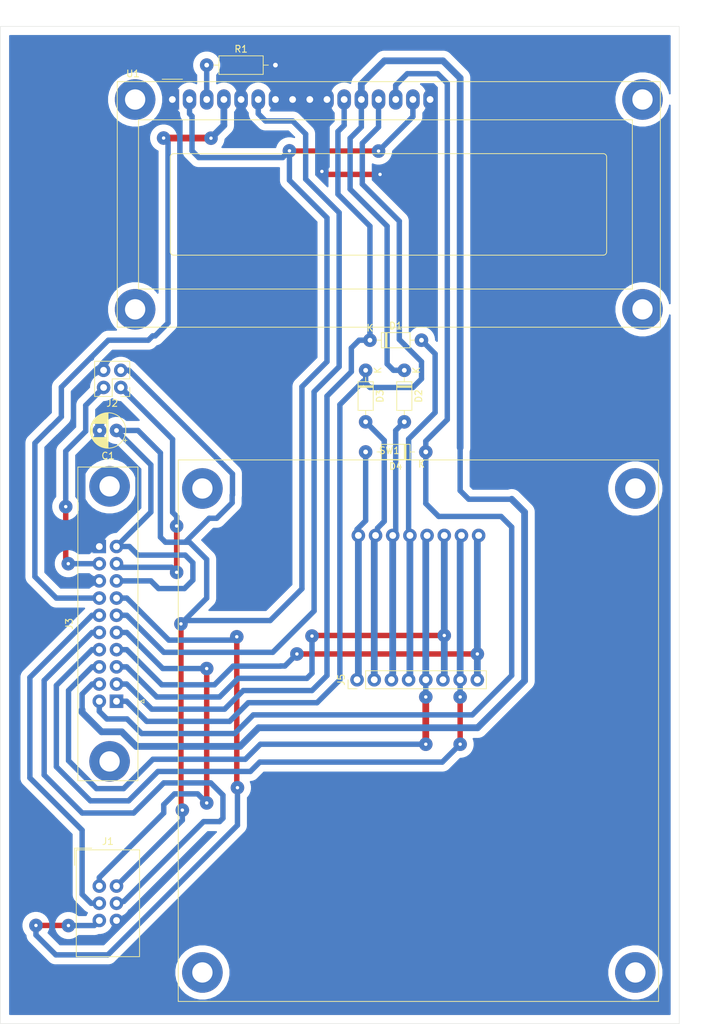
<source format=kicad_pcb>
(kicad_pcb (version 20171130) (host pcbnew 5.1.2)

  (general
    (thickness 1.6)
    (drawings 6)
    (tracks 402)
    (zones 0)
    (modules 12)
    (nets 24)
  )

  (page A4)
  (layers
    (0 F.Cu signal)
    (31 B.Cu signal)
    (32 B.Adhes user)
    (33 F.Adhes user)
    (34 B.Paste user)
    (35 F.Paste user)
    (36 B.SilkS user)
    (37 F.SilkS user)
    (38 B.Mask user)
    (39 F.Mask user)
    (40 Dwgs.User user)
    (41 Cmts.User user)
    (42 Eco1.User user)
    (43 Eco2.User user)
    (44 Edge.Cuts user)
    (45 Margin user)
    (46 B.CrtYd user)
    (47 F.CrtYd user)
    (48 B.Fab user)
    (49 F.Fab user)
  )

  (setup
    (last_trace_width 0.25)
    (user_trace_width 0.25)
    (user_trace_width 0.4)
    (user_trace_width 0.6)
    (user_trace_width 0.8)
    (user_trace_width 1)
    (user_trace_width 1.6)
    (user_trace_width 2)
    (trace_clearance 1)
    (zone_clearance 1)
    (zone_45_only no)
    (trace_min 0.2)
    (via_size 0.8)
    (via_drill 0.4)
    (via_min_size 0.4)
    (via_min_drill 0.3)
    (user_via 1 0.5)
    (user_via 1.6 0.5)
    (user_via 1.6 0.7)
    (user_via 2 0.5)
    (uvia_size 0.3)
    (uvia_drill 0.1)
    (uvias_allowed no)
    (uvia_min_size 0.2)
    (uvia_min_drill 0.1)
    (edge_width 0.05)
    (segment_width 0.2)
    (pcb_text_width 0.3)
    (pcb_text_size 1.5 1.5)
    (mod_edge_width 0.12)
    (mod_text_size 1 1)
    (mod_text_width 0.15)
    (pad_size 2 3)
    (pad_drill 1)
    (pad_to_mask_clearance 0.051)
    (solder_mask_min_width 0.25)
    (aux_axis_origin 0 0)
    (visible_elements FFFFFF7F)
    (pcbplotparams
      (layerselection 0x010fc_ffffffff)
      (usegerberextensions false)
      (usegerberattributes false)
      (usegerberadvancedattributes false)
      (creategerberjobfile false)
      (excludeedgelayer true)
      (linewidth 0.100000)
      (plotframeref false)
      (viasonmask false)
      (mode 1)
      (useauxorigin false)
      (hpglpennumber 1)
      (hpglpenspeed 20)
      (hpglpendiameter 15.000000)
      (psnegative false)
      (psa4output false)
      (plotreference true)
      (plotvalue true)
      (plotinvisibletext false)
      (padsonsilk false)
      (subtractmaskfromsilk false)
      (outputformat 1)
      (mirror false)
      (drillshape 1)
      (scaleselection 1)
      (outputdirectory ""))
  )

  (net 0 "")
  (net 1 /FIL4)
  (net 2 /FIL4k)
  (net 3 /FIL3k)
  (net 4 /FIL3)
  (net 5 /FIL2)
  (net 6 /FIL2k)
  (net 7 /FIL1k)
  (net 8 /FIL1)
  (net 9 /MISO)
  (net 10 +5V)
  (net 11 /SCK)
  (net 12 /MOSI)
  (net 13 /RESET-MCU)
  (net 14 GND)
  (net 15 /RXD)
  (net 16 /TXD)
  (net 17 /COL2)
  (net 18 /COL1)
  (net 19 /COL4)
  (net 20 /COL3)
  (net 21 /LCD_E)
  (net 22 /LCD_RS)
  (net 23 "Net-(R1-Pad1)")

  (net_class Default "This is the default net class."
    (clearance 1)
    (trace_width 0.25)
    (via_dia 0.8)
    (via_drill 0.4)
    (uvia_dia 0.3)
    (uvia_drill 0.1)
    (add_net +5V)
    (add_net /COL1)
    (add_net /COL2)
    (add_net /COL3)
    (add_net /COL4)
    (add_net /FIL1)
    (add_net /FIL1k)
    (add_net /FIL2)
    (add_net /FIL2k)
    (add_net /FIL3)
    (add_net /FIL3k)
    (add_net /FIL4)
    (add_net /FIL4k)
    (add_net /LCD_E)
    (add_net /LCD_RS)
    (add_net /MISO)
    (add_net /MOSI)
    (add_net /RESET-MCU)
    (add_net /RXD)
    (add_net /SCK)
    (add_net /TXD)
    (add_net GND)
    (add_net "Net-(R1-Pad1)")
  )

  (module Diode_THT:D_DO-35_SOD27_P7.62mm_Horizontal (layer F.Cu) (tedit 5AE50CD5) (tstamp 5CC56276)
    (at 190.5 69.85 270)
    (descr "Diode, DO-35_SOD27 series, Axial, Horizontal, pin pitch=7.62mm, , length*diameter=4*2mm^2, , http://www.diodes.com/_files/packages/DO-35.pdf")
    (tags "Diode DO-35_SOD27 series Axial Horizontal pin pitch 7.62mm  length 4mm diameter 2mm")
    (path /5CB1E861)
    (fp_text reference D2 (at 3.81 -2.12 90) (layer F.SilkS)
      (effects (font (size 1 1) (thickness 0.15)))
    )
    (fp_text value 1N4148 (at 3.81 2.12 90) (layer F.Fab)
      (effects (font (size 1 1) (thickness 0.15)))
    )
    (fp_text user K (at 0 -1.8 90) (layer F.SilkS)
      (effects (font (size 1 1) (thickness 0.15)))
    )
    (fp_text user K (at 0 -1.8 90) (layer F.Fab)
      (effects (font (size 1 1) (thickness 0.15)))
    )
    (fp_text user %R (at 4.11 0 90) (layer F.Fab)
      (effects (font (size 0.8 0.8) (thickness 0.12)))
    )
    (fp_line (start 8.67 -1.25) (end -1.05 -1.25) (layer F.CrtYd) (width 0.05))
    (fp_line (start 8.67 1.25) (end 8.67 -1.25) (layer F.CrtYd) (width 0.05))
    (fp_line (start -1.05 1.25) (end 8.67 1.25) (layer F.CrtYd) (width 0.05))
    (fp_line (start -1.05 -1.25) (end -1.05 1.25) (layer F.CrtYd) (width 0.05))
    (fp_line (start 2.29 -1.12) (end 2.29 1.12) (layer F.SilkS) (width 0.12))
    (fp_line (start 2.53 -1.12) (end 2.53 1.12) (layer F.SilkS) (width 0.12))
    (fp_line (start 2.41 -1.12) (end 2.41 1.12) (layer F.SilkS) (width 0.12))
    (fp_line (start 6.58 0) (end 5.93 0) (layer F.SilkS) (width 0.12))
    (fp_line (start 1.04 0) (end 1.69 0) (layer F.SilkS) (width 0.12))
    (fp_line (start 5.93 -1.12) (end 1.69 -1.12) (layer F.SilkS) (width 0.12))
    (fp_line (start 5.93 1.12) (end 5.93 -1.12) (layer F.SilkS) (width 0.12))
    (fp_line (start 1.69 1.12) (end 5.93 1.12) (layer F.SilkS) (width 0.12))
    (fp_line (start 1.69 -1.12) (end 1.69 1.12) (layer F.SilkS) (width 0.12))
    (fp_line (start 2.31 -1) (end 2.31 1) (layer F.Fab) (width 0.1))
    (fp_line (start 2.51 -1) (end 2.51 1) (layer F.Fab) (width 0.1))
    (fp_line (start 2.41 -1) (end 2.41 1) (layer F.Fab) (width 0.1))
    (fp_line (start 7.62 0) (end 5.81 0) (layer F.Fab) (width 0.1))
    (fp_line (start 0 0) (end 1.81 0) (layer F.Fab) (width 0.1))
    (fp_line (start 5.81 -1) (end 1.81 -1) (layer F.Fab) (width 0.1))
    (fp_line (start 5.81 1) (end 5.81 -1) (layer F.Fab) (width 0.1))
    (fp_line (start 1.81 1) (end 5.81 1) (layer F.Fab) (width 0.1))
    (fp_line (start 1.81 -1) (end 1.81 1) (layer F.Fab) (width 0.1))
    (pad 2 thru_hole circle (at 7.62 0 270) (size 2 2) (drill 0.7) (layers *.Cu *.Mask)
      (net 3 /FIL3k))
    (pad 1 thru_hole circle (at 0 0 270) (size 2 2) (drill 0.7) (layers *.Cu *.Mask)
      (net 4 /FIL3))
    (model ${KISYS3DMOD}/Diode_THT.3dshapes/D_DO-35_SOD27_P7.62mm_Horizontal.wrl
      (at (xyz 0 0 0))
      (scale (xyz 1 1 1))
      (rotate (xyz 0 0 0))
    )
  )

  (module Connector_IDC:IDC-Header_2x10_P2.54mm_Vertical_Lock (layer F.Cu) (tedit 5CC5FBB7) (tstamp 5CC56325)
    (at 147.955 118.745 180)
    (descr "Connector IDC Locked, 10 contacts, compatible header: PANCON HE10 (Series 50, (https://www.reboul.fr/storage/00003af6.pdf)")
    (tags "connector idc locked")
    (path /5CCC8C53)
    (fp_text reference J3 (at 6.98 11.43 270) (layer F.SilkS)
      (effects (font (size 1 1) (thickness 0.15)))
    )
    (fp_text value Conn_02x10_Odd_Even (at -4.572 10.795 270) (layer F.Fab)
      (effects (font (size 1 1) (thickness 0.15)))
    )
    (fp_text user %R (at 3.556 11.43 90) (layer F.Fab)
      (effects (font (size 1 1) (thickness 0.15)))
    )
    (fp_line (start -1.016 0) (end -2.286 1.016) (layer F.Fab) (width 0.1))
    (fp_line (start -2.286 -1.016) (end -1.016 0) (layer F.Fab) (width 0.1))
    (fp_line (start -4.064 0.254) (end -3.556 0) (layer F.SilkS) (width 0.12))
    (fp_line (start -4.064 -0.254) (end -4.064 0.254) (layer F.SilkS) (width 0.12))
    (fp_line (start -3.556 0) (end -4.064 -0.254) (layer F.SilkS) (width 0.12))
    (fp_line (start -3.05 9.65) (end -2.29 9.65) (layer F.Fab) (width 0.1))
    (fp_line (start -2.29 9.65) (end -2.29 -3.81) (layer F.Fab) (width 0.1))
    (fp_line (start -2.29 -3.81) (end 4.83 -3.81) (layer F.Fab) (width 0.1))
    (fp_line (start 4.83 -3.81) (end 4.83 26.67) (layer F.Fab) (width 0.1))
    (fp_line (start 4.83 26.67) (end -2.29 26.67) (layer F.Fab) (width 0.1))
    (fp_line (start -2.29 26.67) (end -2.29 13.21) (layer F.Fab) (width 0.1))
    (fp_line (start -2.29 13.21) (end -3.05 13.21) (layer F.Fab) (width 0.1))
    (fp_line (start 5.59 -10.92) (end -3.05 -10.92) (layer F.Fab) (width 0.1))
    (fp_line (start -3.05 -10.92) (end -3.05 33.78) (layer F.Fab) (width 0.1))
    (fp_line (start -3.05 33.78) (end 5.59 33.78) (layer F.Fab) (width 0.1))
    (fp_line (start 5.59 33.78) (end 5.59 -10.92) (layer F.Fab) (width 0.1))
    (fp_line (start 5.84 -11.87) (end 5.84 34.73) (layer F.CrtYd) (width 0.05))
    (fp_line (start 5.84 -11.87) (end -3.3 -11.87) (layer F.CrtYd) (width 0.05))
    (fp_line (start -3.3 34.73) (end 5.84 34.73) (layer F.CrtYd) (width 0.05))
    (fp_line (start -3.3 34.73) (end -3.3 -11.87) (layer F.CrtYd) (width 0.05))
    (fp_line (start 5.71 -11.74) (end 5.71 34.6) (layer F.SilkS) (width 0.12))
    (fp_line (start 5.71 -11.74) (end -3.17 -11.74) (layer F.SilkS) (width 0.12))
    (fp_line (start -3.17 34.6) (end 5.71 34.6) (layer F.SilkS) (width 0.12))
    (fp_line (start -3.17 34.6) (end -3.17 -11.74) (layer F.SilkS) (width 0.12))
    (pad 1 thru_hole rect (at 0 0 90) (size 2 2) (drill 1) (layers *.Cu *.Mask)
      (net 5 /FIL2))
    (pad 2 thru_hole oval (at 2.54 0 90) (size 2 2) (drill 1) (layers *.Cu *.Mask)
      (net 8 /FIL1))
    (pad 3 thru_hole oval (at 0 2.54 90) (size 2 2) (drill 1) (layers *.Cu *.Mask)
      (net 1 /FIL4))
    (pad 4 thru_hole oval (at 2.54 2.54 90) (size 2 2) (drill 1) (layers *.Cu *.Mask)
      (net 4 /FIL3))
    (pad 5 thru_hole oval (at 0 5.08 90) (size 2 2) (drill 1) (layers *.Cu *.Mask)
      (net 17 /COL2))
    (pad 6 thru_hole oval (at 2.54 5.08 90) (size 2 2) (drill 1) (layers *.Cu *.Mask)
      (net 18 /COL1))
    (pad 7 thru_hole oval (at 0 7.62 90) (size 2 2) (drill 1) (layers *.Cu *.Mask)
      (net 19 /COL4))
    (pad 8 thru_hole oval (at 2.54 7.62 90) (size 2 2) (drill 1) (layers *.Cu *.Mask)
      (net 20 /COL3))
    (pad 9 thru_hole oval (at 0 10.16 90) (size 2 2) (drill 1) (layers *.Cu *.Mask)
      (net 9 /MISO))
    (pad 10 thru_hole oval (at 2.54 10.16 90) (size 2 2) (drill 1) (layers *.Cu *.Mask)
      (net 12 /MOSI))
    (pad 11 thru_hole oval (at 0 12.7 90) (size 2 2) (drill 1) (layers *.Cu *.Mask)
      (net 21 /LCD_E))
    (pad 12 thru_hole oval (at 2.54 12.7 90) (size 2 2) (drill 1) (layers *.Cu *.Mask)
      (net 11 /SCK))
    (pad 13 thru_hole oval (at 0 15.24 90) (size 2 2) (drill 1) (layers *.Cu *.Mask)
      (net 13 /RESET-MCU))
    (pad 14 thru_hole oval (at 2.54 15.24 90) (size 2 2) (drill 1) (layers *.Cu *.Mask)
      (net 22 /LCD_RS))
    (pad 15 thru_hole oval (at 0 17.78 90) (size 2 2) (drill 1) (layers *.Cu *.Mask)
      (net 10 +5V))
    (pad 16 thru_hole oval (at 2.54 17.78 90) (size 2 2) (drill 1) (layers *.Cu *.Mask)
      (net 14 GND))
    (pad 17 thru_hole oval (at 0 20.32 90) (size 2 2) (drill 1) (layers *.Cu *.Mask)
      (net 15 /RXD))
    (pad 18 thru_hole oval (at 2.54 20.32 90) (size 2 2) (drill 1) (layers *.Cu *.Mask)
      (net 16 /TXD))
    (pad 19 thru_hole oval (at 0 22.86 90) (size 2 2) (drill 1) (layers *.Cu *.Mask)
      (net 10 +5V))
    (pad 20 thru_hole rect (at 2.54 22.86 90) (size 2 2) (drill 1) (layers *.Cu *.Mask)
      (net 14 GND))
    (pad "" thru_hole circle (at 1.02 -8.89 90) (size 6 6) (drill 3) (layers *.Cu *.Mask))
    (pad "" thru_hole circle (at 1.02 31.75 90) (size 6 6) (drill 3) (layers *.Cu *.Mask))
    (model ${KISYS3DMOD}/Connector_IDC.3dshapes/IDC-Header_2x10_P2.54mm_Vertical_Lock.wrl
      (offset (xyz 11.42999982833862 1.269999980926514 0))
      (scale (xyz 1 1 1))
      (rotate (xyz 0 0 0))
    )
  )

  (module Diode_THT:D_DO-35_SOD27_P7.62mm_Horizontal (layer F.Cu) (tedit 5AE50CD5) (tstamp 5CC5E335)
    (at 185.42 65.405)
    (descr "Diode, DO-35_SOD27 series, Axial, Horizontal, pin pitch=7.62mm, , length*diameter=4*2mm^2, , http://www.diodes.com/_files/packages/DO-35.pdf")
    (tags "Diode DO-35_SOD27 series Axial Horizontal pin pitch 7.62mm  length 4mm diameter 2mm")
    (path /5CB1D915)
    (fp_text reference D1 (at 3.81 -2.12) (layer F.SilkS)
      (effects (font (size 1 1) (thickness 0.15)))
    )
    (fp_text value 1N4148 (at 3.81 2.12) (layer F.Fab)
      (effects (font (size 1 1) (thickness 0.15)))
    )
    (fp_line (start 1.81 -1) (end 1.81 1) (layer F.Fab) (width 0.1))
    (fp_line (start 1.81 1) (end 5.81 1) (layer F.Fab) (width 0.1))
    (fp_line (start 5.81 1) (end 5.81 -1) (layer F.Fab) (width 0.1))
    (fp_line (start 5.81 -1) (end 1.81 -1) (layer F.Fab) (width 0.1))
    (fp_line (start 0 0) (end 1.81 0) (layer F.Fab) (width 0.1))
    (fp_line (start 7.62 0) (end 5.81 0) (layer F.Fab) (width 0.1))
    (fp_line (start 2.41 -1) (end 2.41 1) (layer F.Fab) (width 0.1))
    (fp_line (start 2.51 -1) (end 2.51 1) (layer F.Fab) (width 0.1))
    (fp_line (start 2.31 -1) (end 2.31 1) (layer F.Fab) (width 0.1))
    (fp_line (start 1.69 -1.12) (end 1.69 1.12) (layer F.SilkS) (width 0.12))
    (fp_line (start 1.69 1.12) (end 5.93 1.12) (layer F.SilkS) (width 0.12))
    (fp_line (start 5.93 1.12) (end 5.93 -1.12) (layer F.SilkS) (width 0.12))
    (fp_line (start 5.93 -1.12) (end 1.69 -1.12) (layer F.SilkS) (width 0.12))
    (fp_line (start 1.04 0) (end 1.69 0) (layer F.SilkS) (width 0.12))
    (fp_line (start 6.58 0) (end 5.93 0) (layer F.SilkS) (width 0.12))
    (fp_line (start 2.41 -1.12) (end 2.41 1.12) (layer F.SilkS) (width 0.12))
    (fp_line (start 2.53 -1.12) (end 2.53 1.12) (layer F.SilkS) (width 0.12))
    (fp_line (start 2.29 -1.12) (end 2.29 1.12) (layer F.SilkS) (width 0.12))
    (fp_line (start -1.05 -1.25) (end -1.05 1.25) (layer F.CrtYd) (width 0.05))
    (fp_line (start -1.05 1.25) (end 8.67 1.25) (layer F.CrtYd) (width 0.05))
    (fp_line (start 8.67 1.25) (end 8.67 -1.25) (layer F.CrtYd) (width 0.05))
    (fp_line (start 8.67 -1.25) (end -1.05 -1.25) (layer F.CrtYd) (width 0.05))
    (fp_text user %R (at 4.11 0) (layer F.Fab)
      (effects (font (size 0.8 0.8) (thickness 0.12)))
    )
    (fp_text user K (at 0 -1.8) (layer F.Fab)
      (effects (font (size 1 1) (thickness 0.15)))
    )
    (fp_text user K (at 0 -1.8) (layer F.SilkS)
      (effects (font (size 1 1) (thickness 0.15)))
    )
    (pad 1 thru_hole circle (at 0 0) (size 2 2) (drill 0.7) (layers *.Cu *.Mask)
      (net 1 /FIL4))
    (pad 2 thru_hole circle (at 7.62 0) (size 2 2) (drill 0.7) (layers *.Cu *.Mask)
      (net 2 /FIL4k))
    (model ${KISYS3DMOD}/Diode_THT.3dshapes/D_DO-35_SOD27_P7.62mm_Horizontal.wrl
      (at (xyz 0 0 0))
      (scale (xyz 1 1 1))
      (rotate (xyz 0 0 0))
    )
  )

  (module Diode_THT:D_DO-35_SOD27_P7.62mm_Horizontal (layer F.Cu) (tedit 5AE50CD5) (tstamp 5CC56295)
    (at 184.785 69.85 270)
    (descr "Diode, DO-35_SOD27 series, Axial, Horizontal, pin pitch=7.62mm, , length*diameter=4*2mm^2, , http://www.diodes.com/_files/packages/DO-35.pdf")
    (tags "Diode DO-35_SOD27 series Axial Horizontal pin pitch 7.62mm  length 4mm diameter 2mm")
    (path /5CB1F1C7)
    (fp_text reference D3 (at 3.81 -2.12 90) (layer F.SilkS)
      (effects (font (size 1 1) (thickness 0.15)))
    )
    (fp_text value 1N4148 (at 3.81 2.12 90) (layer F.Fab)
      (effects (font (size 1 1) (thickness 0.15)))
    )
    (fp_line (start 1.81 -1) (end 1.81 1) (layer F.Fab) (width 0.1))
    (fp_line (start 1.81 1) (end 5.81 1) (layer F.Fab) (width 0.1))
    (fp_line (start 5.81 1) (end 5.81 -1) (layer F.Fab) (width 0.1))
    (fp_line (start 5.81 -1) (end 1.81 -1) (layer F.Fab) (width 0.1))
    (fp_line (start 0 0) (end 1.81 0) (layer F.Fab) (width 0.1))
    (fp_line (start 7.62 0) (end 5.81 0) (layer F.Fab) (width 0.1))
    (fp_line (start 2.41 -1) (end 2.41 1) (layer F.Fab) (width 0.1))
    (fp_line (start 2.51 -1) (end 2.51 1) (layer F.Fab) (width 0.1))
    (fp_line (start 2.31 -1) (end 2.31 1) (layer F.Fab) (width 0.1))
    (fp_line (start 1.69 -1.12) (end 1.69 1.12) (layer F.SilkS) (width 0.12))
    (fp_line (start 1.69 1.12) (end 5.93 1.12) (layer F.SilkS) (width 0.12))
    (fp_line (start 5.93 1.12) (end 5.93 -1.12) (layer F.SilkS) (width 0.12))
    (fp_line (start 5.93 -1.12) (end 1.69 -1.12) (layer F.SilkS) (width 0.12))
    (fp_line (start 1.04 0) (end 1.69 0) (layer F.SilkS) (width 0.12))
    (fp_line (start 6.58 0) (end 5.93 0) (layer F.SilkS) (width 0.12))
    (fp_line (start 2.41 -1.12) (end 2.41 1.12) (layer F.SilkS) (width 0.12))
    (fp_line (start 2.53 -1.12) (end 2.53 1.12) (layer F.SilkS) (width 0.12))
    (fp_line (start 2.29 -1.12) (end 2.29 1.12) (layer F.SilkS) (width 0.12))
    (fp_line (start -1.05 -1.25) (end -1.05 1.25) (layer F.CrtYd) (width 0.05))
    (fp_line (start -1.05 1.25) (end 8.67 1.25) (layer F.CrtYd) (width 0.05))
    (fp_line (start 8.67 1.25) (end 8.67 -1.25) (layer F.CrtYd) (width 0.05))
    (fp_line (start 8.67 -1.25) (end -1.05 -1.25) (layer F.CrtYd) (width 0.05))
    (fp_text user %R (at 4.11 0 90) (layer F.Fab)
      (effects (font (size 0.8 0.8) (thickness 0.12)))
    )
    (fp_text user K (at 0 -1.8 90) (layer F.Fab)
      (effects (font (size 1 1) (thickness 0.15)))
    )
    (fp_text user K (at 0 -1.8 90) (layer F.SilkS)
      (effects (font (size 1 1) (thickness 0.15)))
    )
    (pad 1 thru_hole circle (at 0 0 270) (size 2 2) (drill 0.7) (layers *.Cu *.Mask)
      (net 5 /FIL2))
    (pad 2 thru_hole circle (at 7.62 0 270) (size 2 2) (drill 0.7) (layers *.Cu *.Mask)
      (net 6 /FIL2k))
    (model ${KISYS3DMOD}/Diode_THT.3dshapes/D_DO-35_SOD27_P7.62mm_Horizontal.wrl
      (at (xyz 0 0 0))
      (scale (xyz 1 1 1))
      (rotate (xyz 0 0 0))
    )
  )

  (module Diode_THT:D_DO-35_SOD27_P7.62mm_Horizontal (layer F.Cu) (tedit 5CC5FC2D) (tstamp 5CC56A4E)
    (at 193.04 81.915 180)
    (descr "Diode, DO-35_SOD27 series, Axial, Horizontal, pin pitch=7.62mm, , length*diameter=4*2mm^2, , http://www.diodes.com/_files/packages/DO-35.pdf")
    (tags "Diode DO-35_SOD27 series Axial Horizontal pin pitch 7.62mm  length 4mm diameter 2mm")
    (path /5CB87997)
    (fp_text reference D4 (at 3.81 -2.12) (layer F.SilkS)
      (effects (font (size 1 1) (thickness 0.15)))
    )
    (fp_text value 1N4148 (at 3.81 2.12) (layer F.Fab)
      (effects (font (size 1 1) (thickness 0.15)))
    )
    (fp_text user K (at 0 -1.8) (layer F.SilkS)
      (effects (font (size 1 1) (thickness 0.15)))
    )
    (fp_text user K (at 0 -1.8) (layer F.Fab)
      (effects (font (size 1 1) (thickness 0.15)))
    )
    (fp_text user %R (at 4.11 0) (layer F.Fab)
      (effects (font (size 0.8 0.8) (thickness 0.12)))
    )
    (fp_line (start 8.67 -1.25) (end -1.05 -1.25) (layer F.CrtYd) (width 0.05))
    (fp_line (start 8.67 1.25) (end 8.67 -1.25) (layer F.CrtYd) (width 0.05))
    (fp_line (start -1.05 1.25) (end 8.67 1.25) (layer F.CrtYd) (width 0.05))
    (fp_line (start -1.05 -1.25) (end -1.05 1.25) (layer F.CrtYd) (width 0.05))
    (fp_line (start 2.29 -1.12) (end 2.29 1.12) (layer F.SilkS) (width 0.12))
    (fp_line (start 2.53 -1.12) (end 2.53 1.12) (layer F.SilkS) (width 0.12))
    (fp_line (start 2.41 -1.12) (end 2.41 1.12) (layer F.SilkS) (width 0.12))
    (fp_line (start 6.58 0) (end 5.93 0) (layer F.SilkS) (width 0.12))
    (fp_line (start 1.04 0) (end 1.69 0) (layer F.SilkS) (width 0.12))
    (fp_line (start 5.93 -1.12) (end 1.69 -1.12) (layer F.SilkS) (width 0.12))
    (fp_line (start 5.93 1.12) (end 5.93 -1.12) (layer F.SilkS) (width 0.12))
    (fp_line (start 1.69 1.12) (end 5.93 1.12) (layer F.SilkS) (width 0.12))
    (fp_line (start 1.69 -1.12) (end 1.69 1.12) (layer F.SilkS) (width 0.12))
    (fp_line (start 2.31 -1) (end 2.31 1) (layer F.Fab) (width 0.1))
    (fp_line (start 2.51 -1) (end 2.51 1) (layer F.Fab) (width 0.1))
    (fp_line (start 2.41 -1) (end 2.41 1) (layer F.Fab) (width 0.1))
    (fp_line (start 7.62 0) (end 5.81 0) (layer F.Fab) (width 0.1))
    (fp_line (start 0 0) (end 1.81 0) (layer F.Fab) (width 0.1))
    (fp_line (start 5.81 -1) (end 1.81 -1) (layer F.Fab) (width 0.1))
    (fp_line (start 5.81 1) (end 5.81 -1) (layer F.Fab) (width 0.1))
    (fp_line (start 1.81 1) (end 5.81 1) (layer F.Fab) (width 0.1))
    (fp_line (start 1.81 -1) (end 1.81 1) (layer F.Fab) (width 0.1))
    (pad 2 thru_hole circle (at 8.255 0 180) (size 2 2) (drill 0.7) (layers *.Cu *.Mask)
      (net 7 /FIL1k))
    (pad 1 thru_hole circle (at -0.635 0 180) (size 2 2) (drill 0.7) (layers *.Cu *.Mask)
      (net 8 /FIL1))
    (model ${KISYS3DMOD}/Diode_THT.3dshapes/D_DO-35_SOD27_P7.62mm_Horizontal.wrl
      (at (xyz 0 0 0))
      (scale (xyz 1 1 1))
      (rotate (xyz 0 0 0))
    )
  )

  (module Connector_IDC:IDC-Header_2x03_P2.54mm_Vertical (layer F.Cu) (tedit 5CC5FB20) (tstamp 5CC562D8)
    (at 145.415 146.05)
    (descr "Through hole straight IDC box header, 2x03, 2.54mm pitch, double rows")
    (tags "Through hole IDC box header THT 2x03 2.54mm double row")
    (path /5CC9F7F7)
    (fp_text reference J1 (at 1.27 -6.604) (layer F.SilkS)
      (effects (font (size 1 1) (thickness 0.15)))
    )
    (fp_text value Conn_02x03_Odd_Even (at 1.27 11.684) (layer F.Fab)
      (effects (font (size 1 1) (thickness 0.15)))
    )
    (fp_text user %R (at 1.27 2.54) (layer F.Fab)
      (effects (font (size 1 1) (thickness 0.15)))
    )
    (fp_line (start 5.695 -5.1) (end 5.695 10.18) (layer F.Fab) (width 0.1))
    (fp_line (start 5.145 -4.56) (end 5.145 9.62) (layer F.Fab) (width 0.1))
    (fp_line (start -3.155 -5.1) (end -3.155 10.18) (layer F.Fab) (width 0.1))
    (fp_line (start -2.605 -4.56) (end -2.605 0.29) (layer F.Fab) (width 0.1))
    (fp_line (start -2.605 4.79) (end -2.605 9.62) (layer F.Fab) (width 0.1))
    (fp_line (start -2.605 0.29) (end -3.155 0.29) (layer F.Fab) (width 0.1))
    (fp_line (start -2.605 4.79) (end -3.155 4.79) (layer F.Fab) (width 0.1))
    (fp_line (start 5.695 -5.1) (end -3.155 -5.1) (layer F.Fab) (width 0.1))
    (fp_line (start 5.145 -4.56) (end -2.605 -4.56) (layer F.Fab) (width 0.1))
    (fp_line (start 5.695 10.18) (end -3.155 10.18) (layer F.Fab) (width 0.1))
    (fp_line (start 5.145 9.62) (end -2.605 9.62) (layer F.Fab) (width 0.1))
    (fp_line (start 5.695 -5.1) (end 5.145 -4.56) (layer F.Fab) (width 0.1))
    (fp_line (start 5.695 10.18) (end 5.145 9.62) (layer F.Fab) (width 0.1))
    (fp_line (start -3.155 -5.1) (end -2.605 -4.56) (layer F.Fab) (width 0.1))
    (fp_line (start -3.155 10.18) (end -2.605 9.62) (layer F.Fab) (width 0.1))
    (fp_line (start 5.95 -5.35) (end 5.95 10.43) (layer F.CrtYd) (width 0.05))
    (fp_line (start 5.95 10.43) (end -3.41 10.43) (layer F.CrtYd) (width 0.05))
    (fp_line (start -3.41 10.43) (end -3.41 -5.35) (layer F.CrtYd) (width 0.05))
    (fp_line (start -3.41 -5.35) (end 5.95 -5.35) (layer F.CrtYd) (width 0.05))
    (fp_line (start 5.945 -5.35) (end 5.945 10.43) (layer F.SilkS) (width 0.12))
    (fp_line (start 5.945 10.43) (end -3.405 10.43) (layer F.SilkS) (width 0.12))
    (fp_line (start -3.405 10.43) (end -3.405 -5.35) (layer F.SilkS) (width 0.12))
    (fp_line (start -3.405 -5.35) (end 5.945 -5.35) (layer F.SilkS) (width 0.12))
    (fp_line (start -3.655 -5.6) (end -3.655 -3.06) (layer F.SilkS) (width 0.12))
    (fp_line (start -3.655 -5.6) (end -1.115 -5.6) (layer F.SilkS) (width 0.12))
    (pad 1 thru_hole circle (at 0 0) (size 2 2) (drill 1) (layers *.Cu *.Mask)
      (net 9 /MISO))
    (pad 2 thru_hole circle (at 2.54 0) (size 2 2) (drill 1) (layers *.Cu *.Mask)
      (net 10 +5V))
    (pad 3 thru_hole circle (at 0 2.54) (size 2 2) (drill 1) (layers *.Cu *.Mask)
      (net 11 /SCK))
    (pad 4 thru_hole circle (at 2.54 2.54) (size 2 2) (drill 1) (layers *.Cu *.Mask)
      (net 12 /MOSI))
    (pad 5 thru_hole circle (at 0 5.08) (size 2 2) (drill 1) (layers *.Cu *.Mask)
      (net 13 /RESET-MCU))
    (pad 6 thru_hole circle (at 2.54 5.08) (size 2 2) (drill 1) (layers *.Cu *.Mask)
      (net 14 GND))
    (model ${KISYS3DMOD}/Connector_IDC.3dshapes/IDC-Header_2x03_P2.54mm_Vertical.wrl
      (at (xyz 0 0 0))
      (scale (xyz 1 1 1))
      (rotate (xyz 0 0 0))
    )
  )

  (module Connector_PinHeader_2.54mm:PinHeader_2x02_P2.54mm_Vertical (layer F.Cu) (tedit 5CC5FC51) (tstamp 5CC5DB40)
    (at 148.59 72.39 180)
    (descr "Through hole straight pin header, 2x02, 2.54mm pitch, double rows")
    (tags "Through hole pin header THT 2x02 2.54mm double row")
    (path /5CCA012C)
    (fp_text reference J2 (at 1.27 -2.33) (layer F.SilkS)
      (effects (font (size 1 1) (thickness 0.15)))
    )
    (fp_text value Conn_02x02_Odd_Even (at 1.27 4.87) (layer F.Fab)
      (effects (font (size 1 1) (thickness 0.15)))
    )
    (fp_line (start 0 -1.27) (end 3.81 -1.27) (layer F.Fab) (width 0.1))
    (fp_line (start 3.81 -1.27) (end 3.81 3.81) (layer F.Fab) (width 0.1))
    (fp_line (start 3.81 3.81) (end -1.27 3.81) (layer F.Fab) (width 0.1))
    (fp_line (start -1.27 3.81) (end -1.27 0) (layer F.Fab) (width 0.1))
    (fp_line (start -1.27 0) (end 0 -1.27) (layer F.Fab) (width 0.1))
    (fp_line (start -1.33 3.87) (end 3.87 3.87) (layer F.SilkS) (width 0.12))
    (fp_line (start -1.33 1.27) (end -1.33 3.87) (layer F.SilkS) (width 0.12))
    (fp_line (start 3.87 -1.33) (end 3.87 3.87) (layer F.SilkS) (width 0.12))
    (fp_line (start -1.33 1.27) (end 1.27 1.27) (layer F.SilkS) (width 0.12))
    (fp_line (start 1.27 1.27) (end 1.27 -1.33) (layer F.SilkS) (width 0.12))
    (fp_line (start 1.27 -1.33) (end 3.87 -1.33) (layer F.SilkS) (width 0.12))
    (fp_line (start -1.33 0) (end -1.33 -1.33) (layer F.SilkS) (width 0.12))
    (fp_line (start -1.33 -1.33) (end 0 -1.33) (layer F.SilkS) (width 0.12))
    (fp_line (start -1.8 -1.8) (end -1.8 4.35) (layer F.CrtYd) (width 0.05))
    (fp_line (start -1.8 4.35) (end 4.35 4.35) (layer F.CrtYd) (width 0.05))
    (fp_line (start 4.35 4.35) (end 4.35 -1.8) (layer F.CrtYd) (width 0.05))
    (fp_line (start 4.35 -1.8) (end -1.8 -1.8) (layer F.CrtYd) (width 0.05))
    (fp_text user %R (at 1.27 1.27 90) (layer F.Fab)
      (effects (font (size 1 1) (thickness 0.15)))
    )
    (pad 1 thru_hole circle (at 0 0 180) (size 2 2) (drill 1) (layers *.Cu *.Mask)
      (net 15 /RXD))
    (pad 2 thru_hole circle (at 2.54 0 180) (size 2 2) (drill 1) (layers *.Cu *.Mask)
      (net 16 /TXD))
    (pad 3 thru_hole circle (at 0 2.54 180) (size 2 2) (drill 1) (layers *.Cu *.Mask)
      (net 10 +5V))
    (pad 4 thru_hole circle (at 2.54 2.54 180) (size 2 2) (drill 1) (layers *.Cu *.Mask)
      (net 14 GND))
    (model ${KISYS3DMOD}/Connector_PinHeader_2.54mm.3dshapes/PinHeader_2x02_P2.54mm_Vertical.wrl
      (at (xyz 0 0 0))
      (scale (xyz 1 1 1))
      (rotate (xyz 0 0 0))
    )
  )

  (module Connector_PinHeader_2.54mm:PinHeader_1x08_P2.54mm_Vertical (layer F.Cu) (tedit 5CC5FB49) (tstamp 5CC5635D)
    (at 183.515 115.57 90)
    (descr "Through hole straight pin header, 1x08, 2.54mm pitch, single row")
    (tags "Through hole pin header THT 1x08 2.54mm single row")
    (path /5CE052E8)
    (fp_text reference J5 (at 0 -2.33 90) (layer F.SilkS)
      (effects (font (size 1 1) (thickness 0.15)))
    )
    (fp_text value Keypad4x4 (at 0 20.11 90) (layer F.Fab)
      (effects (font (size 1 1) (thickness 0.15)))
    )
    (fp_text user %R (at 0 8.89) (layer F.Fab)
      (effects (font (size 1 1) (thickness 0.15)))
    )
    (fp_line (start 1.8 -1.8) (end -1.8 -1.8) (layer F.CrtYd) (width 0.05))
    (fp_line (start 1.8 19.55) (end 1.8 -1.8) (layer F.CrtYd) (width 0.05))
    (fp_line (start -1.8 19.55) (end 1.8 19.55) (layer F.CrtYd) (width 0.05))
    (fp_line (start -1.8 -1.8) (end -1.8 19.55) (layer F.CrtYd) (width 0.05))
    (fp_line (start -1.33 -1.33) (end 0 -1.33) (layer F.SilkS) (width 0.12))
    (fp_line (start -1.33 0) (end -1.33 -1.33) (layer F.SilkS) (width 0.12))
    (fp_line (start -1.33 1.27) (end 1.33 1.27) (layer F.SilkS) (width 0.12))
    (fp_line (start 1.33 1.27) (end 1.33 19.11) (layer F.SilkS) (width 0.12))
    (fp_line (start -1.33 1.27) (end -1.33 19.11) (layer F.SilkS) (width 0.12))
    (fp_line (start -1.33 19.11) (end 1.33 19.11) (layer F.SilkS) (width 0.12))
    (fp_line (start -1.27 -0.635) (end -0.635 -1.27) (layer F.Fab) (width 0.1))
    (fp_line (start -1.27 19.05) (end -1.27 -0.635) (layer F.Fab) (width 0.1))
    (fp_line (start 1.27 19.05) (end -1.27 19.05) (layer F.Fab) (width 0.1))
    (fp_line (start 1.27 -1.27) (end 1.27 19.05) (layer F.Fab) (width 0.1))
    (fp_line (start -0.635 -1.27) (end 1.27 -1.27) (layer F.Fab) (width 0.1))
    (pad 8 thru_hole circle (at 0 17.78 90) (size 2 2) (drill 1) (layers *.Cu *.Mask)
      (net 19 /COL4))
    (pad 7 thru_hole circle (at 0 15.24 90) (size 2 2) (drill 1) (layers *.Cu *.Mask)
      (net 20 /COL3))
    (pad 6 thru_hole circle (at 0 12.7 90) (size 2 2) (drill 1) (layers *.Cu *.Mask)
      (net 17 /COL2))
    (pad 5 thru_hole circle (at 0 10.16 90) (size 2 2) (drill 1) (layers *.Cu *.Mask)
      (net 18 /COL1))
    (pad 4 thru_hole circle (at 0 7.62 90) (size 2 2) (drill 1) (layers *.Cu *.Mask)
      (net 2 /FIL4k))
    (pad 3 thru_hole circle (at 0 5.08 90) (size 2 2) (drill 1) (layers *.Cu *.Mask)
      (net 3 /FIL3k))
    (pad 2 thru_hole circle (at 0 2.54 90) (size 2 2) (drill 1) (layers *.Cu *.Mask)
      (net 6 /FIL2k))
    (pad 1 thru_hole circle (at 0 0 90) (size 2 2) (drill 1) (layers *.Cu *.Mask)
      (net 7 /FIL1k))
    (model ${KISYS3DMOD}/Connector_PinHeader_2.54mm.3dshapes/PinHeader_1x08_P2.54mm_Vertical.wrl
      (at (xyz 0 0 0))
      (scale (xyz 1 1 1))
      (rotate (xyz 0 0 0))
    )
  )

  (module Resistor_THT:R_Axial_DIN0207_L6.3mm_D2.5mm_P10.16mm_Horizontal (layer F.Cu) (tedit 5CC5FD92) (tstamp 5CC5E2E2)
    (at 161.29 24.765)
    (descr "Resistor, Axial_DIN0207 series, Axial, Horizontal, pin pitch=10.16mm, 0.25W = 1/4W, length*diameter=6.3*2.5mm^2, http://cdn-reichelt.de/documents/datenblatt/B400/1_4W%23YAG.pdf")
    (tags "Resistor Axial_DIN0207 series Axial Horizontal pin pitch 10.16mm 0.25W = 1/4W length 6.3mm diameter 2.5mm")
    (path /5CBFFB89)
    (fp_text reference R1 (at 5.08 -2.37) (layer F.SilkS)
      (effects (font (size 1 1) (thickness 0.15)))
    )
    (fp_text value 2.2k-3.3k (at 5.08 2.37) (layer F.Fab)
      (effects (font (size 1 1) (thickness 0.15)))
    )
    (fp_line (start 1.93 -1.25) (end 1.93 1.25) (layer F.Fab) (width 0.1))
    (fp_line (start 1.93 1.25) (end 8.23 1.25) (layer F.Fab) (width 0.1))
    (fp_line (start 8.23 1.25) (end 8.23 -1.25) (layer F.Fab) (width 0.1))
    (fp_line (start 8.23 -1.25) (end 1.93 -1.25) (layer F.Fab) (width 0.1))
    (fp_line (start 0 0) (end 1.93 0) (layer F.Fab) (width 0.1))
    (fp_line (start 10.16 0) (end 8.23 0) (layer F.Fab) (width 0.1))
    (fp_line (start 1.81 -1.37) (end 1.81 1.37) (layer F.SilkS) (width 0.12))
    (fp_line (start 1.81 1.37) (end 8.35 1.37) (layer F.SilkS) (width 0.12))
    (fp_line (start 8.35 1.37) (end 8.35 -1.37) (layer F.SilkS) (width 0.12))
    (fp_line (start 8.35 -1.37) (end 1.81 -1.37) (layer F.SilkS) (width 0.12))
    (fp_line (start 1.04 0) (end 1.81 0) (layer F.SilkS) (width 0.12))
    (fp_line (start 9.12 0) (end 8.35 0) (layer F.SilkS) (width 0.12))
    (fp_line (start -1.05 -1.5) (end -1.05 1.5) (layer F.CrtYd) (width 0.05))
    (fp_line (start -1.05 1.5) (end 11.21 1.5) (layer F.CrtYd) (width 0.05))
    (fp_line (start 11.21 1.5) (end 11.21 -1.5) (layer F.CrtYd) (width 0.05))
    (fp_line (start 11.21 -1.5) (end -1.05 -1.5) (layer F.CrtYd) (width 0.05))
    (fp_text user %R (at 5.08 0) (layer F.Fab)
      (effects (font (size 1 1) (thickness 0.15)))
    )
    (pad 1 thru_hole circle (at 0 0) (size 2 2) (drill 0.7) (layers *.Cu *.Mask)
      (net 23 "Net-(R1-Pad1)"))
    (pad 2 thru_hole circle (at 10.16 0) (size 2 2) (drill 0.7) (layers *.Cu *.Mask)
      (net 14 GND))
    (model ${KISYS3DMOD}/Resistor_THT.3dshapes/R_Axial_DIN0207_L6.3mm_D2.5mm_P10.16mm_Horizontal.wrl
      (at (xyz 0 0 0))
      (scale (xyz 1 1 1))
      (rotate (xyz 0 0 0))
    )
  )

  (module Display:WC1602A (layer F.Cu) (tedit 5CC5FE13) (tstamp 5CC5E3A9)
    (at 156.21 29.845)
    (descr "LCD 16x2 http://www.wincomlcd.com/pdf/WC1602A-SFYLYHTC06.pdf")
    (tags "LCD 16x2 Alphanumeric 16pin")
    (path /5CAB7505)
    (fp_text reference U1 (at -5.82 -3.81) (layer F.SilkS)
      (effects (font (size 1 1) (thickness 0.15)))
    )
    (fp_text value RC1602A (at -4.31 34.66) (layer F.Fab)
      (effects (font (size 1 1) (thickness 0.15)))
    )
    (fp_line (start -8.14 33.64) (end 72.14 33.64) (layer F.SilkS) (width 0.12))
    (fp_line (start 72.14 33.64) (end 72.14 -2.64) (layer F.SilkS) (width 0.12))
    (fp_line (start 72.14 -2.64) (end -7.34 -2.64) (layer F.SilkS) (width 0.12))
    (fp_line (start -8.14 -2.64) (end -8.14 33.64) (layer F.SilkS) (width 0.12))
    (fp_line (start -8.13 -2.64) (end -7.34 -2.64) (layer F.SilkS) (width 0.12))
    (fp_line (start -8.25 -2.75) (end -8.25 33.75) (layer F.CrtYd) (width 0.05))
    (fp_line (start -8.25 33.75) (end 72.25 33.75) (layer F.CrtYd) (width 0.05))
    (fp_line (start 72.25 -2.75) (end 72.25 33.75) (layer F.CrtYd) (width 0.05))
    (fp_line (start -1.5 -3) (end 1.5 -3) (layer F.SilkS) (width 0.12))
    (fp_line (start -8.25 -2.75) (end 72.25 -2.75) (layer F.CrtYd) (width 0.05))
    (fp_line (start 1 -2.5) (end 0 -1.5) (layer F.Fab) (width 0.1))
    (fp_line (start 0 -1.5) (end -1 -2.5) (layer F.Fab) (width 0.1))
    (fp_line (start -1 -2.5) (end -8 -2.5) (layer F.Fab) (width 0.1))
    (fp_text user %R (at 30.37 14.74) (layer F.Fab)
      (effects (font (size 1 1) (thickness 0.1)))
    )
    (fp_line (start 0.2 8) (end 63.7 8) (layer F.SilkS) (width 0.12))
    (fp_line (start -0.29972 22.49932) (end -0.29972 8.5) (layer F.SilkS) (width 0.12))
    (fp_line (start 63.70066 23) (end 0.2 23) (layer F.SilkS) (width 0.12))
    (fp_line (start 64.2 8.5) (end 64.2 22.5) (layer F.SilkS) (width 0.12))
    (fp_arc (start 63.7 8.5) (end 63.7 8) (angle 90) (layer F.SilkS) (width 0.12))
    (fp_arc (start 63.70066 22.49932) (end 64.20104 22.49932) (angle 90) (layer F.SilkS) (width 0.12))
    (fp_arc (start 0.20066 22.49932) (end 0.20066 22.9997) (angle 90) (layer F.SilkS) (width 0.12))
    (fp_arc (start 0.20066 8.49884) (end -0.29972 8.49884) (angle 90) (layer F.SilkS) (width 0.12))
    (fp_line (start -5 3) (end 68 3) (layer F.SilkS) (width 0.12))
    (fp_line (start 68 3) (end 68 28) (layer F.SilkS) (width 0.12))
    (fp_line (start 68 28) (end -5 28) (layer F.SilkS) (width 0.12))
    (fp_line (start -5 28) (end -5 3) (layer F.SilkS) (width 0.12))
    (fp_line (start 1 -2.5) (end 72 -2.5) (layer F.Fab) (width 0.1))
    (fp_line (start 72 -2.5) (end 72 33.5) (layer F.Fab) (width 0.1))
    (fp_line (start 72 33.5) (end -8 33.5) (layer F.Fab) (width 0.1))
    (fp_line (start -8 33.5) (end -8 -2.5) (layer F.Fab) (width 0.1))
    (pad 1 thru_hole rect (at 0 0) (size 2 3) (drill 1) (layers *.Cu *.Mask)
      (net 14 GND))
    (pad 2 thru_hole oval (at 2.54 0) (size 2 3) (drill 1) (layers *.Cu *.Mask)
      (net 10 +5V))
    (pad 3 thru_hole oval (at 5.08 0) (size 2 3) (drill 1) (layers *.Cu *.Mask)
      (net 23 "Net-(R1-Pad1)"))
    (pad 4 thru_hole oval (at 7.62 0) (size 2 3) (drill 1) (layers *.Cu *.Mask)
      (net 22 /LCD_RS))
    (pad 5 thru_hole oval (at 10.16 0) (size 2 3) (drill 1) (layers *.Cu *.Mask)
      (net 14 GND))
    (pad 6 thru_hole oval (at 12.7 0) (size 2 3) (drill 1) (layers *.Cu *.Mask)
      (net 21 /LCD_E))
    (pad 7 thru_hole oval (at 15.24 0) (size 2 3) (drill 1) (layers *.Cu *.Mask)
      (net 14 GND))
    (pad 8 thru_hole oval (at 17.78 0) (size 2 3) (drill 1) (layers *.Cu *.Mask)
      (net 14 GND))
    (pad 9 thru_hole oval (at 20.32 0) (size 2 3) (drill 1) (layers *.Cu *.Mask)
      (net 14 GND))
    (pad 10 thru_hole oval (at 22.86 0) (size 2 3) (drill 1) (layers *.Cu *.Mask)
      (net 14 GND))
    (pad 11 thru_hole oval (at 25.4 0) (size 2 3) (drill 1) (layers *.Cu *.Mask)
      (net 1 /FIL4))
    (pad 12 thru_hole oval (at 27.94 0) (size 2 3) (drill 1) (layers *.Cu *.Mask)
      (net 4 /FIL3))
    (pad 13 thru_hole oval (at 30.48 0) (size 2 3) (drill 1) (layers *.Cu *.Mask)
      (net 5 /FIL2))
    (pad 14 thru_hole oval (at 33.02 0) (size 2 3) (drill 1) (layers *.Cu *.Mask)
      (net 8 /FIL1))
    (pad 15 thru_hole oval (at 35.56 0) (size 2 3) (drill 1) (layers *.Cu *.Mask)
      (net 10 +5V))
    (pad 16 thru_hole oval (at 38.1 0) (size 2 3) (drill 1) (layers *.Cu *.Mask)
      (net 14 GND))
    (pad "" thru_hole circle (at -5.4991 0) (size 6 6) (drill 3) (layers *.Cu *.Mask))
    (pad "" thru_hole circle (at -5.4991 31.0007) (size 6 6) (drill 3) (layers *.Cu *.Mask))
    (pad "" thru_hole circle (at 69.49948 31.0007) (size 6 6) (drill 3) (layers *.Cu *.Mask))
    (pad "" thru_hole circle (at 69.5 0) (size 6 6) (drill 3) (layers *.Cu *.Mask))
    (model ${KISYS3DMOD}/Display.3dshapes/WC1602A.wrl
      (at (xyz 0 0 0))
      (scale (xyz 1 1 1))
      (rotate (xyz 0 0 0))
    )
  )

  (module Capacitor_THT:CP_Radial_D5.0mm_P2.50mm (layer F.Cu) (tedit 5CC5FCAC) (tstamp 5CC5F21F)
    (at 147.955 78.74 180)
    (descr "CP, Radial series, Radial, pin pitch=2.50mm, , diameter=5mm, Electrolytic Capacitor")
    (tags "CP Radial series Radial pin pitch 2.50mm  diameter 5mm Electrolytic Capacitor")
    (path /5CC8BB27)
    (fp_text reference C1 (at 1.25 -3.75) (layer F.SilkS)
      (effects (font (size 1 1) (thickness 0.15)))
    )
    (fp_text value 10uF/25V (at 1.25 3.75) (layer F.Fab)
      (effects (font (size 1 1) (thickness 0.15)))
    )
    (fp_circle (center 1.25 0) (end 3.75 0) (layer F.Fab) (width 0.1))
    (fp_circle (center 1.25 0) (end 3.87 0) (layer F.SilkS) (width 0.12))
    (fp_circle (center 1.25 0) (end 4 0) (layer F.CrtYd) (width 0.05))
    (fp_line (start -0.883605 -1.0875) (end -0.383605 -1.0875) (layer F.Fab) (width 0.1))
    (fp_line (start -0.633605 -1.3375) (end -0.633605 -0.8375) (layer F.Fab) (width 0.1))
    (fp_line (start 1.25 -2.58) (end 1.25 2.58) (layer F.SilkS) (width 0.12))
    (fp_line (start 1.29 -2.58) (end 1.29 2.58) (layer F.SilkS) (width 0.12))
    (fp_line (start 1.33 -2.579) (end 1.33 2.579) (layer F.SilkS) (width 0.12))
    (fp_line (start 1.37 -2.578) (end 1.37 2.578) (layer F.SilkS) (width 0.12))
    (fp_line (start 1.41 -2.576) (end 1.41 2.576) (layer F.SilkS) (width 0.12))
    (fp_line (start 1.45 -2.573) (end 1.45 2.573) (layer F.SilkS) (width 0.12))
    (fp_line (start 1.49 -2.569) (end 1.49 -1.04) (layer F.SilkS) (width 0.12))
    (fp_line (start 1.49 1.04) (end 1.49 2.569) (layer F.SilkS) (width 0.12))
    (fp_line (start 1.53 -2.565) (end 1.53 -1.04) (layer F.SilkS) (width 0.12))
    (fp_line (start 1.53 1.04) (end 1.53 2.565) (layer F.SilkS) (width 0.12))
    (fp_line (start 1.57 -2.561) (end 1.57 -1.04) (layer F.SilkS) (width 0.12))
    (fp_line (start 1.57 1.04) (end 1.57 2.561) (layer F.SilkS) (width 0.12))
    (fp_line (start 1.61 -2.556) (end 1.61 -1.04) (layer F.SilkS) (width 0.12))
    (fp_line (start 1.61 1.04) (end 1.61 2.556) (layer F.SilkS) (width 0.12))
    (fp_line (start 1.65 -2.55) (end 1.65 -1.04) (layer F.SilkS) (width 0.12))
    (fp_line (start 1.65 1.04) (end 1.65 2.55) (layer F.SilkS) (width 0.12))
    (fp_line (start 1.69 -2.543) (end 1.69 -1.04) (layer F.SilkS) (width 0.12))
    (fp_line (start 1.69 1.04) (end 1.69 2.543) (layer F.SilkS) (width 0.12))
    (fp_line (start 1.73 -2.536) (end 1.73 -1.04) (layer F.SilkS) (width 0.12))
    (fp_line (start 1.73 1.04) (end 1.73 2.536) (layer F.SilkS) (width 0.12))
    (fp_line (start 1.77 -2.528) (end 1.77 -1.04) (layer F.SilkS) (width 0.12))
    (fp_line (start 1.77 1.04) (end 1.77 2.528) (layer F.SilkS) (width 0.12))
    (fp_line (start 1.81 -2.52) (end 1.81 -1.04) (layer F.SilkS) (width 0.12))
    (fp_line (start 1.81 1.04) (end 1.81 2.52) (layer F.SilkS) (width 0.12))
    (fp_line (start 1.85 -2.511) (end 1.85 -1.04) (layer F.SilkS) (width 0.12))
    (fp_line (start 1.85 1.04) (end 1.85 2.511) (layer F.SilkS) (width 0.12))
    (fp_line (start 1.89 -2.501) (end 1.89 -1.04) (layer F.SilkS) (width 0.12))
    (fp_line (start 1.89 1.04) (end 1.89 2.501) (layer F.SilkS) (width 0.12))
    (fp_line (start 1.93 -2.491) (end 1.93 -1.04) (layer F.SilkS) (width 0.12))
    (fp_line (start 1.93 1.04) (end 1.93 2.491) (layer F.SilkS) (width 0.12))
    (fp_line (start 1.971 -2.48) (end 1.971 -1.04) (layer F.SilkS) (width 0.12))
    (fp_line (start 1.971 1.04) (end 1.971 2.48) (layer F.SilkS) (width 0.12))
    (fp_line (start 2.011 -2.468) (end 2.011 -1.04) (layer F.SilkS) (width 0.12))
    (fp_line (start 2.011 1.04) (end 2.011 2.468) (layer F.SilkS) (width 0.12))
    (fp_line (start 2.051 -2.455) (end 2.051 -1.04) (layer F.SilkS) (width 0.12))
    (fp_line (start 2.051 1.04) (end 2.051 2.455) (layer F.SilkS) (width 0.12))
    (fp_line (start 2.091 -2.442) (end 2.091 -1.04) (layer F.SilkS) (width 0.12))
    (fp_line (start 2.091 1.04) (end 2.091 2.442) (layer F.SilkS) (width 0.12))
    (fp_line (start 2.131 -2.428) (end 2.131 -1.04) (layer F.SilkS) (width 0.12))
    (fp_line (start 2.131 1.04) (end 2.131 2.428) (layer F.SilkS) (width 0.12))
    (fp_line (start 2.171 -2.414) (end 2.171 -1.04) (layer F.SilkS) (width 0.12))
    (fp_line (start 2.171 1.04) (end 2.171 2.414) (layer F.SilkS) (width 0.12))
    (fp_line (start 2.211 -2.398) (end 2.211 -1.04) (layer F.SilkS) (width 0.12))
    (fp_line (start 2.211 1.04) (end 2.211 2.398) (layer F.SilkS) (width 0.12))
    (fp_line (start 2.251 -2.382) (end 2.251 -1.04) (layer F.SilkS) (width 0.12))
    (fp_line (start 2.251 1.04) (end 2.251 2.382) (layer F.SilkS) (width 0.12))
    (fp_line (start 2.291 -2.365) (end 2.291 -1.04) (layer F.SilkS) (width 0.12))
    (fp_line (start 2.291 1.04) (end 2.291 2.365) (layer F.SilkS) (width 0.12))
    (fp_line (start 2.331 -2.348) (end 2.331 -1.04) (layer F.SilkS) (width 0.12))
    (fp_line (start 2.331 1.04) (end 2.331 2.348) (layer F.SilkS) (width 0.12))
    (fp_line (start 2.371 -2.329) (end 2.371 -1.04) (layer F.SilkS) (width 0.12))
    (fp_line (start 2.371 1.04) (end 2.371 2.329) (layer F.SilkS) (width 0.12))
    (fp_line (start 2.411 -2.31) (end 2.411 -1.04) (layer F.SilkS) (width 0.12))
    (fp_line (start 2.411 1.04) (end 2.411 2.31) (layer F.SilkS) (width 0.12))
    (fp_line (start 2.451 -2.29) (end 2.451 -1.04) (layer F.SilkS) (width 0.12))
    (fp_line (start 2.451 1.04) (end 2.451 2.29) (layer F.SilkS) (width 0.12))
    (fp_line (start 2.491 -2.268) (end 2.491 -1.04) (layer F.SilkS) (width 0.12))
    (fp_line (start 2.491 1.04) (end 2.491 2.268) (layer F.SilkS) (width 0.12))
    (fp_line (start 2.531 -2.247) (end 2.531 -1.04) (layer F.SilkS) (width 0.12))
    (fp_line (start 2.531 1.04) (end 2.531 2.247) (layer F.SilkS) (width 0.12))
    (fp_line (start 2.571 -2.224) (end 2.571 -1.04) (layer F.SilkS) (width 0.12))
    (fp_line (start 2.571 1.04) (end 2.571 2.224) (layer F.SilkS) (width 0.12))
    (fp_line (start 2.611 -2.2) (end 2.611 -1.04) (layer F.SilkS) (width 0.12))
    (fp_line (start 2.611 1.04) (end 2.611 2.2) (layer F.SilkS) (width 0.12))
    (fp_line (start 2.651 -2.175) (end 2.651 -1.04) (layer F.SilkS) (width 0.12))
    (fp_line (start 2.651 1.04) (end 2.651 2.175) (layer F.SilkS) (width 0.12))
    (fp_line (start 2.691 -2.149) (end 2.691 -1.04) (layer F.SilkS) (width 0.12))
    (fp_line (start 2.691 1.04) (end 2.691 2.149) (layer F.SilkS) (width 0.12))
    (fp_line (start 2.731 -2.122) (end 2.731 -1.04) (layer F.SilkS) (width 0.12))
    (fp_line (start 2.731 1.04) (end 2.731 2.122) (layer F.SilkS) (width 0.12))
    (fp_line (start 2.771 -2.095) (end 2.771 -1.04) (layer F.SilkS) (width 0.12))
    (fp_line (start 2.771 1.04) (end 2.771 2.095) (layer F.SilkS) (width 0.12))
    (fp_line (start 2.811 -2.065) (end 2.811 -1.04) (layer F.SilkS) (width 0.12))
    (fp_line (start 2.811 1.04) (end 2.811 2.065) (layer F.SilkS) (width 0.12))
    (fp_line (start 2.851 -2.035) (end 2.851 -1.04) (layer F.SilkS) (width 0.12))
    (fp_line (start 2.851 1.04) (end 2.851 2.035) (layer F.SilkS) (width 0.12))
    (fp_line (start 2.891 -2.004) (end 2.891 -1.04) (layer F.SilkS) (width 0.12))
    (fp_line (start 2.891 1.04) (end 2.891 2.004) (layer F.SilkS) (width 0.12))
    (fp_line (start 2.931 -1.971) (end 2.931 -1.04) (layer F.SilkS) (width 0.12))
    (fp_line (start 2.931 1.04) (end 2.931 1.971) (layer F.SilkS) (width 0.12))
    (fp_line (start 2.971 -1.937) (end 2.971 -1.04) (layer F.SilkS) (width 0.12))
    (fp_line (start 2.971 1.04) (end 2.971 1.937) (layer F.SilkS) (width 0.12))
    (fp_line (start 3.011 -1.901) (end 3.011 -1.04) (layer F.SilkS) (width 0.12))
    (fp_line (start 3.011 1.04) (end 3.011 1.901) (layer F.SilkS) (width 0.12))
    (fp_line (start 3.051 -1.864) (end 3.051 -1.04) (layer F.SilkS) (width 0.12))
    (fp_line (start 3.051 1.04) (end 3.051 1.864) (layer F.SilkS) (width 0.12))
    (fp_line (start 3.091 -1.826) (end 3.091 -1.04) (layer F.SilkS) (width 0.12))
    (fp_line (start 3.091 1.04) (end 3.091 1.826) (layer F.SilkS) (width 0.12))
    (fp_line (start 3.131 -1.785) (end 3.131 -1.04) (layer F.SilkS) (width 0.12))
    (fp_line (start 3.131 1.04) (end 3.131 1.785) (layer F.SilkS) (width 0.12))
    (fp_line (start 3.171 -1.743) (end 3.171 -1.04) (layer F.SilkS) (width 0.12))
    (fp_line (start 3.171 1.04) (end 3.171 1.743) (layer F.SilkS) (width 0.12))
    (fp_line (start 3.211 -1.699) (end 3.211 -1.04) (layer F.SilkS) (width 0.12))
    (fp_line (start 3.211 1.04) (end 3.211 1.699) (layer F.SilkS) (width 0.12))
    (fp_line (start 3.251 -1.653) (end 3.251 -1.04) (layer F.SilkS) (width 0.12))
    (fp_line (start 3.251 1.04) (end 3.251 1.653) (layer F.SilkS) (width 0.12))
    (fp_line (start 3.291 -1.605) (end 3.291 -1.04) (layer F.SilkS) (width 0.12))
    (fp_line (start 3.291 1.04) (end 3.291 1.605) (layer F.SilkS) (width 0.12))
    (fp_line (start 3.331 -1.554) (end 3.331 -1.04) (layer F.SilkS) (width 0.12))
    (fp_line (start 3.331 1.04) (end 3.331 1.554) (layer F.SilkS) (width 0.12))
    (fp_line (start 3.371 -1.5) (end 3.371 -1.04) (layer F.SilkS) (width 0.12))
    (fp_line (start 3.371 1.04) (end 3.371 1.5) (layer F.SilkS) (width 0.12))
    (fp_line (start 3.411 -1.443) (end 3.411 -1.04) (layer F.SilkS) (width 0.12))
    (fp_line (start 3.411 1.04) (end 3.411 1.443) (layer F.SilkS) (width 0.12))
    (fp_line (start 3.451 -1.383) (end 3.451 -1.04) (layer F.SilkS) (width 0.12))
    (fp_line (start 3.451 1.04) (end 3.451 1.383) (layer F.SilkS) (width 0.12))
    (fp_line (start 3.491 -1.319) (end 3.491 -1.04) (layer F.SilkS) (width 0.12))
    (fp_line (start 3.491 1.04) (end 3.491 1.319) (layer F.SilkS) (width 0.12))
    (fp_line (start 3.531 -1.251) (end 3.531 -1.04) (layer F.SilkS) (width 0.12))
    (fp_line (start 3.531 1.04) (end 3.531 1.251) (layer F.SilkS) (width 0.12))
    (fp_line (start 3.571 -1.178) (end 3.571 1.178) (layer F.SilkS) (width 0.12))
    (fp_line (start 3.611 -1.098) (end 3.611 1.098) (layer F.SilkS) (width 0.12))
    (fp_line (start 3.651 -1.011) (end 3.651 1.011) (layer F.SilkS) (width 0.12))
    (fp_line (start 3.691 -0.915) (end 3.691 0.915) (layer F.SilkS) (width 0.12))
    (fp_line (start 3.731 -0.805) (end 3.731 0.805) (layer F.SilkS) (width 0.12))
    (fp_line (start 3.771 -0.677) (end 3.771 0.677) (layer F.SilkS) (width 0.12))
    (fp_line (start 3.811 -0.518) (end 3.811 0.518) (layer F.SilkS) (width 0.12))
    (fp_line (start 3.851 -0.284) (end 3.851 0.284) (layer F.SilkS) (width 0.12))
    (fp_line (start -1.554775 -1.475) (end -1.054775 -1.475) (layer F.SilkS) (width 0.12))
    (fp_line (start -1.304775 -1.725) (end -1.304775 -1.225) (layer F.SilkS) (width 0.12))
    (fp_text user %R (at 1.25 0) (layer F.Fab)
      (effects (font (size 1 1) (thickness 0.15)))
    )
    (pad 1 thru_hole circle (at 0 0 180) (size 2 2) (drill 0.7) (layers *.Cu *.Mask)
      (net 10 +5V))
    (pad 2 thru_hole circle (at 2.5 0 180) (size 2 2) (drill 0.7) (layers *.Cu *.Mask)
      (net 14 GND))
    (model ${KISYS3DMOD}/Capacitor_THT.3dshapes/CP_Radial_D5.0mm_P2.50mm.wrl
      (at (xyz 0 0 0))
      (scale (xyz 1 1 1))
      (rotate (xyz 0 0 0))
    )
  )

  (module jcaf_library:keypad4x4_plastic (layer F.Cu) (tedit 5CC5FC79) (tstamp 5CC5F233)
    (at 183.754321 94.212441)
    (path /5CC5D653)
    (fp_text reference SW1 (at 4.55 -12.5) (layer F.SilkS)
      (effects (font (size 1 1) (thickness 0.15)))
    )
    (fp_text value keypad4x4_plastic (at 6.25 -8.85) (layer F.Fab)
      (effects (font (size 1 1) (thickness 0.15)))
    )
    (fp_line (start -26.67152 -11.11984) (end 44.32848 -11.11984) (layer F.SilkS) (width 0.12))
    (fp_line (start 44.32848 -11.11984) (end 44.32848 68.88016) (layer F.SilkS) (width 0.12))
    (fp_line (start 44.32848 68.88016) (end -26.67152 68.88016) (layer F.SilkS) (width 0.12))
    (fp_line (start -26.67152 68.88016) (end -26.67152 -11.11984) (layer F.SilkS) (width 0.12))
    (pad 1 thru_hole circle (at -0.04652 0.03776) (size 2 2) (drill 1) (layers *.Cu *.Mask)
      (net 7 /FIL1k))
    (pad 2 thru_hole circle (at 2.49348 0.03776) (size 2 2) (drill 1) (layers *.Cu *.Mask)
      (net 6 /FIL2k))
    (pad 3 thru_hole circle (at 5.03348 0.03776) (size 2 2) (drill 1) (layers *.Cu *.Mask)
      (net 3 /FIL3k))
    (pad 4 thru_hole circle (at 7.57348 0.03776) (size 2 2) (drill 1) (layers *.Cu *.Mask)
      (net 2 /FIL4k))
    (pad 5 thru_hole circle (at 10.11348 0.03776) (size 2 2) (drill 1) (layers *.Cu *.Mask)
      (net 18 /COL1))
    (pad 6 thru_hole circle (at 12.65348 0.03776) (size 2 2) (drill 1) (layers *.Cu *.Mask)
      (net 17 /COL2))
    (pad 7 thru_hole circle (at 15.19348 0.03776) (size 2 2) (drill 1) (layers *.Cu *.Mask)
      (net 20 /COL3))
    (pad 8 thru_hole circle (at 17.73348 0.03776) (size 2 2) (drill 1) (layers *.Cu *.Mask)
      (net 19 /COL4))
    (pad H1 thru_hole circle (at 40.9 -6.9) (size 6 6) (drill 3) (layers *.Cu *.Mask))
    (pad H1 thru_hole circle (at 40.9 64.6) (size 6 6) (drill 3) (layers *.Cu *.Mask))
    (pad H1 thru_hole circle (at -23.1 64.6) (size 6 6) (drill 3) (layers *.Cu *.Mask))
    (pad H1 thru_hole circle (at -23.1 -6.9) (size 6 6) (drill 3) (layers *.Cu *.Mask))
  )

  (dimension 147.32 (width 0.15) (layer Dwgs.User)
    (gr_text "147.320 mm" (at 234.345 92.71 270) (layer Dwgs.User)
      (effects (font (size 1 1) (thickness 0.15)))
    )
    (feature1 (pts (xy 231.14 166.37) (xy 233.631421 166.37)))
    (feature2 (pts (xy 231.14 19.05) (xy 233.631421 19.05)))
    (crossbar (pts (xy 233.045 19.05) (xy 233.045 166.37)))
    (arrow1a (pts (xy 233.045 166.37) (xy 232.458579 165.243496)))
    (arrow1b (pts (xy 233.045 166.37) (xy 233.631421 165.243496)))
    (arrow2a (pts (xy 233.045 19.05) (xy 232.458579 20.176504)))
    (arrow2b (pts (xy 233.045 19.05) (xy 233.631421 20.176504)))
  )
  (dimension 100.33 (width 0.15) (layer Dwgs.User)
    (gr_text "100.330 mm" (at 180.975 15.845) (layer Dwgs.User)
      (effects (font (size 1 1) (thickness 0.15)))
    )
    (feature1 (pts (xy 231.14 19.05) (xy 231.14 16.558579)))
    (feature2 (pts (xy 130.81 19.05) (xy 130.81 16.558579)))
    (crossbar (pts (xy 130.81 17.145) (xy 231.14 17.145)))
    (arrow1a (pts (xy 231.14 17.145) (xy 230.013496 17.731421)))
    (arrow1b (pts (xy 231.14 17.145) (xy 230.013496 16.558579)))
    (arrow2a (pts (xy 130.81 17.145) (xy 131.936504 17.731421)))
    (arrow2b (pts (xy 130.81 17.145) (xy 131.936504 16.558579)))
  )
  (gr_line (start 130.81 166.37) (end 130.81 19.05) (layer Edge.Cuts) (width 0.05))
  (gr_line (start 231.14 166.37) (end 130.81 166.37) (layer Edge.Cuts) (width 0.05))
  (gr_line (start 231.14 19.05) (end 231.14 166.37) (layer Edge.Cuts) (width 0.05))
  (gr_line (start 130.81 19.05) (end 231.14 19.05) (layer Edge.Cuts) (width 0.05))

  (segment (start 181.61 33.655) (end 181.61 29.845) (width 0.8) (layer B.Cu) (net 1) (status 20))
  (segment (start 180.689976 34.575024) (end 181.61 33.655) (width 0.8) (layer B.Cu) (net 1))
  (segment (start 180.689976 43.836278) (end 180.689976 34.575024) (width 0.8) (layer B.Cu) (net 1))
  (segment (start 185.42 65.405) (end 185.42 48.566302) (width 0.8) (layer B.Cu) (net 1) (status 10))
  (segment (start 185.42 48.566302) (end 180.689976 43.836278) (width 0.8) (layer B.Cu) (net 1))
  (segment (start 183.82 65.405) (end 185.42 65.405) (width 0.8) (layer B.Cu) (net 1) (status 20))
  (segment (start 166.688192 117.160033) (end 176.856165 117.160033) (width 0.8) (layer B.Cu) (net 1))
  (segment (start 182.670022 66.554978) (end 183.82 65.405) (width 0.8) (layer B.Cu) (net 1))
  (segment (start 149.455002 116.205) (end 153.165049 119.915047) (width 0.8) (layer B.Cu) (net 1))
  (segment (start 163.933178 119.915047) (end 166.688192 117.160033) (width 0.8) (layer B.Cu) (net 1))
  (segment (start 147.955 116.205) (end 149.455002 116.205) (width 0.8) (layer B.Cu) (net 1) (status 10))
  (segment (start 179.07 114.946198) (end 179.07 73.665599) (width 0.8) (layer B.Cu) (net 1))
  (segment (start 179.07 73.665599) (end 182.670022 70.065577) (width 0.8) (layer B.Cu) (net 1))
  (segment (start 176.856165 117.160033) (end 179.07 114.946198) (width 0.8) (layer B.Cu) (net 1))
  (segment (start 153.165049 119.915047) (end 163.933178 119.915047) (width 0.8) (layer B.Cu) (net 1))
  (segment (start 182.670022 70.065577) (end 182.670022 66.554978) (width 0.8) (layer B.Cu) (net 1))
  (segment (start 191.327801 94.250201) (end 191.327801 115.377199) (width 1) (layer B.Cu) (net 2) (status 30))
  (segment (start 191.327801 115.377199) (end 191.135 115.57) (width 1) (layer B.Cu) (net 2) (status 30))
  (segment (start 191.135 80.004402) (end 191.135 93.656606) (width 0.8) (layer B.Cu) (net 2) (status 20))
  (segment (start 195.054978 76.084424) (end 191.135 80.004402) (width 0.8) (layer B.Cu) (net 2))
  (segment (start 190.973303 93.818303) (end 191.135 93.98) (width 0.8) (layer B.Cu) (net 2) (status 30))
  (segment (start 191.135 93.656606) (end 190.973303 93.818303) (width 0.8) (layer B.Cu) (net 2) (status 30))
  (segment (start 195.054978 67.419978) (end 195.054978 76.084424) (width 0.8) (layer B.Cu) (net 2))
  (segment (start 193.04 65.405) (end 195.054978 67.419978) (width 0.8) (layer B.Cu) (net 2) (status 10))
  (segment (start 188.787801 94.250201) (end 188.787801 116.012199) (width 1) (layer B.Cu) (net 3) (status 30))
  (segment (start 188.787801 116.012199) (end 188.595 115.819398) (width 1) (layer B.Cu) (net 3) (status 30))
  (segment (start 189.23 93.808002) (end 188.787801 94.250201) (width 0.8) (layer B.Cu) (net 3) (status 30))
  (segment (start 190.5 77.47) (end 189.23 78.74) (width 0.8) (layer B.Cu) (net 3) (status 10))
  (segment (start 189.23 78.74) (end 189.23 93.808002) (width 0.8) (layer B.Cu) (net 3) (status 20))
  (segment (start 145.415 116.205) (end 144.362594 116.205) (width 0.8) (layer B.Cu) (net 4) (status 10))
  (segment (start 142.875 117.692593) (end 142.875 120.015) (width 0.8) (layer B.Cu) (net 4))
  (segment (start 144.362594 116.205) (end 142.875 117.692593) (width 0.8) (layer B.Cu) (net 4))
  (segment (start 188.9 69.85) (end 190.5 69.85) (width 0.8) (layer B.Cu) (net 4) (status 20))
  (segment (start 182.489987 43.09069) (end 187.96 48.560703) (width 0.8) (layer B.Cu) (net 4))
  (segment (start 184.15 29.845) (end 184.15 33.907397) (width 0.8) (layer B.Cu) (net 4) (status 10))
  (segment (start 184.15 33.907397) (end 182.489987 35.56741) (width 0.8) (layer B.Cu) (net 4))
  (segment (start 187.96 68.91) (end 188.9 69.85) (width 0.8) (layer B.Cu) (net 4))
  (segment (start 187.96 48.560703) (end 187.96 68.91) (width 0.8) (layer B.Cu) (net 4))
  (segment (start 182.489987 35.56741) (end 182.489987 43.09069) (width 0.8) (layer B.Cu) (net 4))
  (segment (start 208.28 90.805) (end 208.28 115.717021) (width 1) (layer B.Cu) (net 4))
  (segment (start 168.966378 122.660066) (end 166.211364 125.41508) (width 1) (layer B.Cu) (net 4))
  (segment (start 201.336955 122.660066) (end 168.966378 122.660066) (width 1) (layer B.Cu) (net 4))
  (segment (start 145.743034 123.260057) (end 142.875 120.392023) (width 1) (layer B.Cu) (net 4))
  (segment (start 208.28 115.717021) (end 201.336955 122.660066) (width 1) (layer B.Cu) (net 4))
  (segment (start 166.211364 125.41508) (end 150.886862 125.41508) (width 1) (layer B.Cu) (net 4))
  (segment (start 196.219989 24.134989) (end 198.755 26.67) (width 1) (layer B.Cu) (net 4))
  (segment (start 198.755 26.67) (end 198.755 81.28) (width 1) (layer B.Cu) (net 4))
  (segment (start 184.15 27.545) (end 187.560011 24.134989) (width 1) (layer B.Cu) (net 4))
  (segment (start 184.15 29.845) (end 184.15 27.545) (width 1) (layer B.Cu) (net 4) (status 10))
  (segment (start 150.886862 125.41508) (end 148.731839 123.260057) (width 1) (layer B.Cu) (net 4))
  (segment (start 148.731839 123.260057) (end 145.743034 123.260057) (width 1) (layer B.Cu) (net 4))
  (segment (start 187.560011 24.134989) (end 196.219989 24.134989) (width 1) (layer B.Cu) (net 4))
  (segment (start 142.875 120.392023) (end 142.875 120.015) (width 1) (layer B.Cu) (net 4))
  (segment (start 206.375 88.9) (end 208.28 90.805) (width 1) (layer B.Cu) (net 4))
  (segment (start 198.755 87.63) (end 198.755 81.28) (width 0.8) (layer B.Cu) (net 4))
  (segment (start 206.375 88.9) (end 200.025 88.9) (width 0.8) (layer B.Cu) (net 4))
  (segment (start 200.025 88.9) (end 198.755 87.63) (width 0.8) (layer B.Cu) (net 4))
  (segment (start 184.785 71.45) (end 184.785 69.85) (width 0.8) (layer B.Cu) (net 5) (status 20))
  (segment (start 184.785 71.755) (end 184.785 71.45) (width 0.8) (layer B.Cu) (net 5))
  (segment (start 185.42 72.39) (end 184.785 71.755) (width 0.8) (layer B.Cu) (net 5))
  (segment (start 186.69 33.912996) (end 184.289998 36.312998) (width 0.8) (layer B.Cu) (net 5))
  (segment (start 186.69 29.845) (end 186.69 33.912996) (width 0.8) (layer B.Cu) (net 5) (status 10))
  (segment (start 191.77 72.39) (end 185.42 72.39) (width 0.8) (layer B.Cu) (net 5))
  (segment (start 193.04 71.12) (end 191.77 72.39) (width 0.8) (layer B.Cu) (net 5))
  (segment (start 184.289998 36.312998) (end 184.289998 42.345102) (width 0.8) (layer B.Cu) (net 5))
  (segment (start 189.760011 47.815115) (end 189.760011 65.300011) (width 0.8) (layer B.Cu) (net 5))
  (segment (start 184.289998 42.345102) (end 189.760011 47.815115) (width 0.8) (layer B.Cu) (net 5))
  (segment (start 193.04 68.58) (end 193.04 71.12) (width 0.8) (layer B.Cu) (net 5))
  (segment (start 189.760011 65.300011) (end 193.04 68.58) (width 0.8) (layer B.Cu) (net 5))
  (segment (start 184.455 71.45) (end 184.785 71.45) (width 0.8) (layer B.Cu) (net 5))
  (segment (start 177.601753 118.960044) (end 180.975 115.586797) (width 0.8) (layer B.Cu) (net 5))
  (segment (start 164.678766 121.715058) (end 167.43378 118.960044) (width 0.8) (layer B.Cu) (net 5))
  (segment (start 147.955 118.745) (end 149.449403 118.745) (width 0.8) (layer B.Cu) (net 5) (status 10))
  (segment (start 167.43378 118.960044) (end 177.601753 118.960044) (width 0.8) (layer B.Cu) (net 5))
  (segment (start 180.975 74.93) (end 184.455 71.45) (width 0.8) (layer B.Cu) (net 5))
  (segment (start 152.419461 121.715058) (end 164.678766 121.715058) (width 0.8) (layer B.Cu) (net 5))
  (segment (start 149.449403 118.745) (end 152.419461 121.715058) (width 0.8) (layer B.Cu) (net 5))
  (segment (start 180.975 115.586797) (end 180.975 74.93) (width 0.8) (layer B.Cu) (net 5))
  (segment (start 186.055 115.57) (end 186.055 94.615) (width 1) (layer B.Cu) (net 6) (status 30))
  (segment (start 186.537791 93.497209) (end 186.055 93.98) (width 0.8) (layer B.Cu) (net 6) (status 30))
  (segment (start 187.534979 80.219979) (end 187.534979 92.16543) (width 0.8) (layer B.Cu) (net 6))
  (segment (start 187.534979 92.16543) (end 187.27778 92.422629) (width 0.8) (layer B.Cu) (net 6))
  (segment (start 187.27778 92.428228) (end 186.537791 93.168217) (width 0.8) (layer B.Cu) (net 6))
  (segment (start 184.785 77.47) (end 187.534979 80.219979) (width 0.8) (layer B.Cu) (net 6) (status 10))
  (segment (start 187.27778 92.422629) (end 187.27778 92.428228) (width 0.8) (layer B.Cu) (net 6))
  (segment (start 186.537791 93.168217) (end 186.537791 93.497209) (width 0.8) (layer B.Cu) (net 6) (status 20))
  (segment (start 183.707801 94.250201) (end 183.707801 115.377199) (width 1) (layer B.Cu) (net 7) (status 30))
  (segment (start 183.707801 115.377199) (end 183.515 115.57) (width 1) (layer B.Cu) (net 7) (status 30))
  (segment (start 183.515 93.345) (end 183.515 93.98) (width 0.8) (layer B.Cu) (net 7) (status 30))
  (segment (start 184.785 81.915) (end 184.785 92.075) (width 0.8) (layer B.Cu) (net 7) (status 10))
  (segment (start 184.785 92.075) (end 183.515 93.345) (width 0.8) (layer B.Cu) (net 7) (status 20))
  (segment (start 196.854989 77.135011) (end 193.675 80.315) (width 0.8) (layer B.Cu) (net 8))
  (segment (start 196.854989 27.457009) (end 196.854989 77.135011) (width 0.8) (layer B.Cu) (net 8))
  (segment (start 189.23 27.745) (end 190.94 26.035) (width 0.8) (layer B.Cu) (net 8))
  (segment (start 193.675 80.315) (end 193.675 81.915) (width 0.8) (layer B.Cu) (net 8) (status 20))
  (segment (start 189.23 29.845) (end 189.23 27.745) (width 0.8) (layer B.Cu) (net 8) (status 10))
  (segment (start 195.43298 26.035) (end 196.854989 27.457009) (width 0.8) (layer B.Cu) (net 8))
  (segment (start 190.94 26.035) (end 195.43298 26.035) (width 0.8) (layer B.Cu) (net 8))
  (segment (start 145.415 120.245002) (end 145.415 119.38) (width 0.8) (layer B.Cu) (net 8))
  (segment (start 146.530044 121.360046) (end 145.415 120.245002) (width 0.8) (layer B.Cu) (net 8))
  (segment (start 149.518849 121.360046) (end 146.530044 121.360046) (width 0.8) (layer B.Cu) (net 8))
  (segment (start 151.673872 123.515069) (end 149.518849 121.360046) (width 0.8) (layer B.Cu) (net 8))
  (segment (start 165.424354 123.515069) (end 151.673872 123.515069) (width 0.8) (layer B.Cu) (net 8))
  (segment (start 200.549945 120.760055) (end 168.179368 120.760055) (width 0.8) (layer B.Cu) (net 8))
  (segment (start 168.179368 120.760055) (end 165.424354 123.515069) (width 0.8) (layer B.Cu) (net 8))
  (segment (start 193.675 81.915) (end 193.675 89.535) (width 0.8) (layer B.Cu) (net 8))
  (segment (start 193.675 89.535) (end 195.58 91.44) (width 0.8) (layer B.Cu) (net 8))
  (segment (start 195.58 91.44) (end 204.8 91.44) (width 0.8) (layer B.Cu) (net 8))
  (segment (start 206.375 114.935) (end 200.549945 120.760055) (width 0.8) (layer B.Cu) (net 8))
  (segment (start 206.375 93.015) (end 206.375 114.935) (width 0.8) (layer B.Cu) (net 8))
  (segment (start 204.8 91.44) (end 206.375 93.015) (width 0.8) (layer B.Cu) (net 8))
  (via (at 161.290003 133.76587) (size 2) (drill 0.5) (layers F.Cu B.Cu) (net 9))
  (via (at 161.29 113.915023) (size 2) (drill 0.5) (layers F.Cu B.Cu) (net 9))
  (segment (start 149.471798 108.585) (end 154.801821 113.915023) (width 0.8) (layer B.Cu) (net 9))
  (segment (start 161.290003 113.915026) (end 161.29 113.915023) (width 0.8) (layer F.Cu) (net 9))
  (segment (start 147.955 108.585) (end 149.471798 108.585) (width 0.8) (layer B.Cu) (net 9) (status 10))
  (segment (start 154.801821 113.915023) (end 161.29 113.915023) (width 0.8) (layer B.Cu) (net 9))
  (segment (start 161.290003 133.76587) (end 161.290003 113.915026) (width 0.8) (layer F.Cu) (net 9))
  (segment (start 159.952068 132.427935) (end 161.290003 133.76587) (width 0.8) (layer B.Cu) (net 9))
  (segment (start 145.415 144.78) (end 154.94 135.255) (width 0.8) (layer B.Cu) (net 9))
  (segment (start 145.415 146.05) (end 145.415 144.78) (width 0.8) (layer B.Cu) (net 9) (status 10))
  (segment (start 154.94 135.255) (end 154.94 134.02387) (width 0.8) (layer B.Cu) (net 9))
  (segment (start 154.94 134.02387) (end 156.535935 132.427935) (width 0.8) (layer B.Cu) (net 9))
  (segment (start 156.535935 132.427935) (end 159.952068 132.427935) (width 0.8) (layer B.Cu) (net 9))
  (segment (start 153.035 83.82) (end 147.955 78.74) (width 0.8) (layer B.Cu) (net 10) (status 20))
  (segment (start 147.955 95.885) (end 153.035 90.805) (width 0.8) (layer B.Cu) (net 10) (status 10))
  (segment (start 153.035 90.805) (end 153.035 83.82) (width 0.8) (layer B.Cu) (net 10))
  (segment (start 154.444998 94.497002) (end 155.197996 95.25) (width 0.8) (layer B.Cu) (net 10))
  (segment (start 154.444998 82.054998) (end 154.444998 94.497002) (width 0.8) (layer B.Cu) (net 10))
  (segment (start 151.13 78.74) (end 154.444998 82.054998) (width 0.8) (layer B.Cu) (net 10))
  (segment (start 147.955 78.74) (end 151.13 78.74) (width 0.8) (layer B.Cu) (net 10) (status 10))
  (segment (start 191.77 29.845) (end 191.77 32.385002) (width 0.8) (layer B.Cu) (net 10) (status 10))
  (via (at 186.690002 37.465) (size 2) (drill 0.5) (layers F.Cu B.Cu) (net 10))
  (segment (start 191.77 32.385002) (end 186.690002 37.465) (width 0.8) (layer B.Cu) (net 10))
  (segment (start 173.552775 37.465) (end 173.517671 37.429896) (width 0.8) (layer F.Cu) (net 10))
  (via (at 173.517671 37.429896) (size 2) (drill 0.5) (layers F.Cu B.Cu) (net 10))
  (segment (start 186.690002 37.465) (end 173.552775 37.465) (width 0.8) (layer F.Cu) (net 10))
  (segment (start 149.86 95.885) (end 147.955 95.885) (width 0.8) (layer B.Cu) (net 10) (status 20))
  (segment (start 151.13 97.155) (end 149.86 95.885) (width 0.8) (layer B.Cu) (net 10))
  (segment (start 158.115 97.155) (end 151.13 97.155) (width 0.8) (layer B.Cu) (net 10))
  (segment (start 153.040599 100.965) (end 154.170601 102.095002) (width 0.8) (layer B.Cu) (net 10))
  (segment (start 147.955 100.965) (end 153.040599 100.965) (width 0.8) (layer B.Cu) (net 10) (status 10))
  (segment (start 154.170601 102.095002) (end 157.997001 102.095002) (width 0.8) (layer B.Cu) (net 10))
  (segment (start 159.245001 100.847002) (end 159.245001 98.285001) (width 0.8) (layer B.Cu) (net 10))
  (segment (start 157.997001 102.095002) (end 159.245001 100.847002) (width 0.8) (layer B.Cu) (net 10))
  (segment (start 159.245001 98.285001) (end 158.115 97.155) (width 0.8) (layer B.Cu) (net 10))
  (segment (start 155.197996 95.25) (end 158.115 95.25) (width 0.8) (layer B.Cu) (net 10))
  (segment (start 159.121025 37.429896) (end 160.121024 38.429895) (width 0.8) (layer B.Cu) (net 10))
  (segment (start 159.121025 32.316025) (end 159.121025 37.429896) (width 0.8) (layer B.Cu) (net 10))
  (segment (start 160.121024 38.429895) (end 172.517672 38.429895) (width 0.8) (layer B.Cu) (net 10))
  (segment (start 172.517672 38.429895) (end 173.517671 37.429896) (width 0.8) (layer B.Cu) (net 10))
  (segment (start 158.75 31.945) (end 159.121025 32.316025) (width 0.8) (layer B.Cu) (net 10))
  (segment (start 158.75 29.845) (end 158.75 31.945) (width 0.8) (layer B.Cu) (net 10) (status 10))
  (via (at 157.480001 107.315) (size 2) (drill 0.5) (layers F.Cu B.Cu) (net 10))
  (segment (start 157.687936 136.317064) (end 157.687936 134.827936) (width 0.8) (layer B.Cu) (net 10))
  (via (at 157.687936 134.827936) (size 2) (drill 0.5) (layers F.Cu B.Cu) (net 10))
  (segment (start 157.480001 107.315) (end 157.480001 134.620001) (width 0.8) (layer F.Cu) (net 10))
  (segment (start 147.955 146.05) (end 157.687936 136.317064) (width 0.8) (layer B.Cu) (net 10) (status 10))
  (segment (start 157.480001 134.620001) (end 157.687936 134.827936) (width 0.8) (layer F.Cu) (net 10))
  (segment (start 173.517671 41.769459) (end 173.517671 37.429896) (width 0.8) (layer B.Cu) (net 10))
  (segment (start 179.07 47.321788) (end 173.517671 41.769459) (width 0.8) (layer B.Cu) (net 10))
  (segment (start 157.975002 106.819999) (end 170.675001 106.819999) (width 0.8) (layer B.Cu) (net 10))
  (segment (start 157.480001 107.315) (end 157.975002 106.819999) (width 0.8) (layer B.Cu) (net 10))
  (segment (start 170.675001 106.819999) (end 175.36499 102.13001) (width 0.8) (layer B.Cu) (net 10))
  (segment (start 175.36499 72.279412) (end 179.07 68.574402) (width 0.8) (layer B.Cu) (net 10))
  (segment (start 175.36499 102.13001) (end 175.36499 72.279412) (width 0.8) (layer B.Cu) (net 10))
  (segment (start 179.07 68.574402) (end 179.07 47.321788) (width 0.8) (layer B.Cu) (net 10))
  (segment (start 149.792081 69.85) (end 148.59 69.85) (width 0.8) (layer B.Cu) (net 10))
  (segment (start 161.652558 91.712442) (end 162.766322 91.712442) (width 0.8) (layer B.Cu) (net 10))
  (segment (start 158.115 95.25) (end 161.652558 91.712442) (width 0.8) (layer B.Cu) (net 10))
  (segment (start 162.766322 91.712442) (end 165.054322 89.424442) (width 0.8) (layer B.Cu) (net 10))
  (segment (start 165.054322 89.424442) (end 165.054322 88.310678) (width 0.8) (layer B.Cu) (net 10))
  (segment (start 165.054322 88.310678) (end 165.1 88.265) (width 0.8) (layer B.Cu) (net 10))
  (segment (start 165.1 85.157919) (end 149.792081 69.85) (width 0.8) (layer B.Cu) (net 10))
  (segment (start 165.1 88.265) (end 165.1 85.157919) (width 0.8) (layer B.Cu) (net 10))
  (segment (start 161.29 103.505001) (end 157.480001 107.315) (width 0.8) (layer B.Cu) (net 10))
  (segment (start 161.29 97.79) (end 161.29 103.505001) (width 0.8) (layer B.Cu) (net 10))
  (segment (start 158.115 95.25) (end 158.75 95.25) (width 0.8) (layer B.Cu) (net 10))
  (segment (start 158.75 95.25) (end 161.29 97.79) (width 0.8) (layer B.Cu) (net 10))
  (segment (start 135.150012 115.235186) (end 135.150012 130.064414) (width 0.8) (layer B.Cu) (net 11))
  (segment (start 144.340198 106.045) (end 135.150012 115.235186) (width 0.8) (layer B.Cu) (net 11))
  (segment (start 142.875 137.789402) (end 142.875 147.271314) (width 0.8) (layer B.Cu) (net 11))
  (segment (start 135.150012 130.064414) (end 142.875 137.789402) (width 0.8) (layer B.Cu) (net 11))
  (segment (start 144.193686 148.59) (end 145.415 148.59) (width 0.8) (layer B.Cu) (net 11) (status 20))
  (segment (start 145.415 106.045) (end 144.340198 106.045) (width 0.8) (layer B.Cu) (net 11) (status 10))
  (segment (start 142.875 147.271314) (end 144.193686 148.59) (width 0.8) (layer B.Cu) (net 11))
  (segment (start 147.960598 148.59) (end 147.955 148.59) (width 0.8) (layer B.Cu) (net 12) (status 30))
  (segment (start 148.236997 148.313601) (end 147.960598 148.59) (width 0.8) (layer B.Cu) (net 12) (status 30))
  (segment (start 149.041529 148.313601) (end 148.236997 148.313601) (width 0.8) (layer B.Cu) (net 12) (status 20))
  (segment (start 160.83013 136.525) (end 149.041529 148.313601) (width 0.8) (layer B.Cu) (net 12))
  (segment (start 163.195 136.525) (end 160.83013 136.525) (width 0.8) (layer B.Cu) (net 12))
  (segment (start 161.886131 130.81) (end 163.690002 132.613871) (width 0.8) (layer B.Cu) (net 12))
  (segment (start 154.94 130.81) (end 161.886131 130.81) (width 0.8) (layer B.Cu) (net 12))
  (segment (start 163.690002 136.029998) (end 163.195 136.525) (width 0.8) (layer B.Cu) (net 12))
  (segment (start 163.690002 132.613871) (end 163.690002 136.029998) (width 0.8) (layer B.Cu) (net 12))
  (segment (start 144.345797 108.585) (end 137.26499 115.665806) (width 0.8) (layer B.Cu) (net 12))
  (segment (start 145.415 108.585) (end 144.345797 108.585) (width 0.8) (layer B.Cu) (net 12) (status 10))
  (segment (start 137.26499 115.665806) (end 137.26499 129.633792) (width 0.8) (layer B.Cu) (net 12))
  (segment (start 137.26499 129.633792) (end 142.886196 135.254998) (width 0.8) (layer B.Cu) (net 12))
  (segment (start 142.886196 135.254998) (end 150.495002 135.254998) (width 0.8) (layer B.Cu) (net 12))
  (segment (start 150.495002 135.254998) (end 154.94 130.81) (width 0.8) (layer B.Cu) (net 12))
  (segment (start 136.051232 151.866225) (end 140.868775 151.866225) (width 0.8) (layer F.Cu) (net 13))
  (via (at 136.051232 151.866225) (size 2) (drill 0.5) (layers F.Cu B.Cu) (net 13))
  (segment (start 140.868775 151.866225) (end 140.851243 151.883757) (width 0.8) (layer F.Cu) (net 13))
  (via (at 140.851243 151.883757) (size 2) (drill 0.5) (layers F.Cu B.Cu) (net 13))
  (segment (start 144.661243 151.883757) (end 140.851243 151.883757) (width 0.8) (layer B.Cu) (net 13))
  (segment (start 145.415 151.13) (end 144.661243 151.883757) (width 0.8) (layer B.Cu) (net 13) (status 10))
  (via (at 165.734994 109.22) (size 2) (drill 0.5) (layers F.Cu B.Cu) (net 13))
  (via (at 165.836115 131.515112) (size 2) (drill 0.5) (layers F.Cu B.Cu) (net 13))
  (segment (start 165.734994 131.413991) (end 165.836115 131.515112) (width 0.8) (layer F.Cu) (net 13))
  (segment (start 165.734994 109.22) (end 165.734994 131.413991) (width 0.8) (layer F.Cu) (net 13))
  (segment (start 165.239992 109.715002) (end 165.734994 109.22) (width 0.8) (layer B.Cu) (net 13))
  (segment (start 147.955 103.505) (end 149.482996 103.505) (width 0.8) (layer B.Cu) (net 13) (status 10))
  (segment (start 155.692998 109.715002) (end 165.239992 109.715002) (width 0.8) (layer B.Cu) (net 13))
  (segment (start 149.482996 103.505) (end 155.692998 109.715002) (width 0.8) (layer B.Cu) (net 13))
  (segment (start 165.836115 137.058885) (end 165.836115 131.515112) (width 0.8) (layer B.Cu) (net 13))
  (segment (start 146.685 156.21) (end 165.836115 137.058885) (width 0.8) (layer B.Cu) (net 13))
  (segment (start 138.980794 156.21) (end 146.685 156.21) (width 0.8) (layer B.Cu) (net 13))
  (segment (start 136.051232 151.866225) (end 136.051232 153.280438) (width 0.8) (layer B.Cu) (net 13))
  (segment (start 136.051232 153.280438) (end 138.980794 156.21) (width 0.8) (layer B.Cu) (net 13))
  (segment (start 171.45 24.765) (end 171.45 29.21) (width 0.8) (layer B.Cu) (net 14) (tstamp 5CC5E429) (status 30))
  (segment (start 171.45 29.21) (end 172.085 29.845) (width 0.8) (layer B.Cu) (net 14) (tstamp 5CC5E420) (status 30))
  (segment (start 172.085 29.845) (end 179.07 29.845) (width 0.8) (layer B.Cu) (net 14) (tstamp 5CC5E2C1) (status 30))
  (segment (start 166.37 29.845) (end 166.37 27.745) (width 0.8) (layer B.Cu) (net 14) (status 10))
  (segment (start 169.35 24.765) (end 171.45 24.765) (width 0.8) (layer B.Cu) (net 14) (status 20))
  (segment (start 166.37 27.745) (end 169.35 24.765) (width 0.8) (layer B.Cu) (net 14))
  (segment (start 144.847919 69.85) (end 146.05 69.85) (width 0.8) (layer B.Cu) (net 14) (status 20))
  (segment (start 141.605 73.092919) (end 144.847919 69.85) (width 0.8) (layer B.Cu) (net 14))
  (segment (start 139.065 80.01) (end 141.605 77.47) (width 0.8) (layer B.Cu) (net 14))
  (segment (start 141.605 77.47) (end 141.605 73.092919) (width 0.8) (layer B.Cu) (net 14))
  (segment (start 139.065 80.120588) (end 139.065 80.01) (width 0.8) (layer B.Cu) (net 14))
  (segment (start 137.795 81.390588) (end 139.065 80.120588) (width 1) (layer B.Cu) (net 14))
  (segment (start 137.795 92.075) (end 137.795 81.390588) (width 1) (layer B.Cu) (net 14))
  (segment (start 145.455 81.24) (end 142.875 83.82) (width 1) (layer B.Cu) (net 14))
  (segment (start 142.875 83.82) (end 142.875 91.44) (width 1) (layer B.Cu) (net 14))
  (segment (start 142.875 91.44) (end 141.605 92.71) (width 1) (layer B.Cu) (net 14))
  (segment (start 145.455 78.74) (end 145.455 81.24) (width 1) (layer B.Cu) (net 14) (status 10))
  (segment (start 141.605 92.71) (end 138.43 92.71) (width 1) (layer B.Cu) (net 14))
  (segment (start 138.43 92.71) (end 137.795 92.075) (width 1) (layer B.Cu) (net 14))
  (segment (start 140.335 95.25) (end 144.78 95.25) (width 0.8) (layer B.Cu) (net 14) (status 20))
  (segment (start 138.43 97.155) (end 140.335 95.25) (width 0.8) (layer B.Cu) (net 14))
  (segment (start 144.78 95.25) (end 145.415 95.885) (width 0.8) (layer B.Cu) (net 14) (status 30))
  (segment (start 138.43 99.695) (end 138.43 97.155) (width 0.8) (layer B.Cu) (net 14))
  (segment (start 145.415 100.965) (end 139.7 100.965) (width 0.8) (layer B.Cu) (net 14) (status 10))
  (segment (start 139.7 100.965) (end 138.43 99.695) (width 0.8) (layer B.Cu) (net 14))
  (segment (start 147.332402 81.28) (end 145.415 81.28) (width 0.8) (layer B.Cu) (net 14))
  (segment (start 151.13 89.095198) (end 151.13 85.077598) (width 0.8) (layer B.Cu) (net 14))
  (segment (start 145.415 81.28) (end 145.415 79.380599) (width 0.8) (layer B.Cu) (net 14) (status 20))
  (segment (start 151.13 85.077598) (end 147.332402 81.28) (width 0.8) (layer B.Cu) (net 14))
  (segment (start 145.415 95.885) (end 145.415 94.810198) (width 0.8) (layer B.Cu) (net 14) (status 10))
  (segment (start 145.415 94.810198) (end 151.13 89.095198) (width 0.8) (layer B.Cu) (net 14))
  (segment (start 168.91 22.225) (end 171.45 24.765) (width 0.8) (layer B.Cu) (net 14) (status 20))
  (segment (start 158.115 22.225) (end 168.91 22.225) (width 0.8) (layer B.Cu) (net 14))
  (segment (start 156.21 29.845) (end 156.21 24.13) (width 0.8) (layer B.Cu) (net 14) (status 10))
  (segment (start 156.21 24.13) (end 158.115 22.225) (width 0.8) (layer B.Cu) (net 14))
  (segment (start 186.913082 40.911411) (end 178.757224 40.911411) (width 0.8) (layer F.Cu) (net 14))
  (segment (start 179.07 39.719551) (end 178.317682 40.471869) (width 0.8) (layer B.Cu) (net 14))
  (segment (start 179.07 29.845) (end 179.07 39.719551) (width 0.8) (layer B.Cu) (net 14) (status 10))
  (segment (start 178.757224 40.911411) (end 178.317682 40.471869) (width 0.8) (layer F.Cu) (net 14))
  (via (at 186.913082 40.911411) (size 2) (drill 0.5) (layers F.Cu B.Cu) (net 14))
  (via (at 178.317682 40.471869) (size 2) (drill 0.5) (layers F.Cu B.Cu) (net 14))
  (segment (start 188.327295 40.911411) (end 186.913082 40.911411) (width 0.8) (layer B.Cu) (net 14))
  (segment (start 188.327295 40.907705) (end 188.327295 40.911411) (width 0.8) (layer B.Cu) (net 14))
  (segment (start 194.31 29.845) (end 194.31 34.925) (width 0.8) (layer B.Cu) (net 14) (status 10))
  (segment (start 194.31 34.925) (end 188.327295 40.907705) (width 0.8) (layer B.Cu) (net 14))
  (segment (start 146.050001 68.647918) (end 147.49291 67.205011) (width 0.8) (layer B.Cu) (net 14))
  (segment (start 153.780588 67.205011) (end 157.321014 63.664585) (width 0.8) (layer B.Cu) (net 14))
  (segment (start 147.49291 67.205011) (end 153.780588 67.205011) (width 0.8) (layer B.Cu) (net 14))
  (segment (start 157.321014 63.664585) (end 157.321014 33.056014) (width 0.8) (layer B.Cu) (net 14))
  (segment (start 156.21 31.945) (end 156.21 29.845) (width 0.8) (layer B.Cu) (net 14) (status 20))
  (segment (start 157.321014 33.056014) (end 156.21 31.945) (width 0.8) (layer B.Cu) (net 14))
  (segment (start 146.05 69.85) (end 146.050001 68.647918) (width 0.8) (layer B.Cu) (net 14) (status 10))
  (segment (start 147.955 152.351314) (end 147.955 151.13) (width 0.8) (layer B.Cu) (net 14) (status 20))
  (segment (start 146.001314 154.305) (end 147.955 152.351314) (width 0.8) (layer B.Cu) (net 14))
  (segment (start 139.720484 154.305) (end 146.001314 154.305) (width 0.8) (layer B.Cu) (net 14))
  (segment (start 138.451242 153.035758) (end 139.720484 154.305) (width 0.8) (layer B.Cu) (net 14))
  (segment (start 138.451242 135.911242) (end 138.451242 153.035758) (width 0.8) (layer B.Cu) (net 14))
  (segment (start 133.350001 130.810001) (end 138.451242 135.911242) (width 0.8) (layer B.Cu) (net 14))
  (segment (start 133.350001 80.009999) (end 133.350001 130.810001) (width 0.8) (layer B.Cu) (net 14))
  (segment (start 156.21 30.857902) (end 151.765 35.302902) (width 0.8) (layer B.Cu) (net 14) (status 10))
  (segment (start 156.21 29.845) (end 156.21 30.857902) (width 0.8) (layer B.Cu) (net 14) (status 30))
  (segment (start 151.765 35.302902) (end 151.765 53.34) (width 0.8) (layer B.Cu) (net 14))
  (segment (start 151.765 53.34) (end 137.795 67.31) (width 0.8) (layer B.Cu) (net 14))
  (segment (start 137.795 67.31) (end 137.795 75.565) (width 0.8) (layer B.Cu) (net 14))
  (segment (start 137.795 75.565) (end 133.350001 80.009999) (width 0.8) (layer B.Cu) (net 14))
  (via (at 156.845 99.695004) (size 2) (drill 0.5) (layers F.Cu B.Cu) (net 15))
  (segment (start 156.845 99.695004) (end 156.845 92.849998) (width 0.8) (layer F.Cu) (net 15))
  (via (at 156.845008 92.84999) (size 2) (drill 0.5) (layers F.Cu B.Cu) (net 15))
  (segment (start 156.845 92.849998) (end 156.845008 92.84999) (width 0.8) (layer F.Cu) (net 15))
  (segment (start 156.245009 80.045009) (end 156.245009 90.835778) (width 0.8) (layer B.Cu) (net 15))
  (segment (start 156.845008 91.435777) (end 156.845008 92.84999) (width 0.8) (layer B.Cu) (net 15))
  (segment (start 148.59 72.39) (end 156.245009 80.045009) (width 0.8) (layer B.Cu) (net 15) (status 10))
  (segment (start 156.245009 90.835778) (end 156.845008 91.435777) (width 0.8) (layer B.Cu) (net 15))
  (segment (start 156.105007 98.955011) (end 156.845 99.695004) (width 0.8) (layer B.Cu) (net 15))
  (segment (start 147.955 98.425) (end 148.485011 98.955011) (width 0.8) (layer B.Cu) (net 15) (status 30))
  (segment (start 148.485011 98.955011) (end 156.105007 98.955011) (width 0.8) (layer B.Cu) (net 15) (status 10))
  (via (at 140.451757 89.994865) (size 2) (drill 0.5) (layers F.Cu B.Cu) (net 16))
  (segment (start 140.451757 81.798243) (end 140.451757 89.994865) (width 0.8) (layer B.Cu) (net 16))
  (segment (start 143.405011 78.844989) (end 140.451757 81.798243) (width 0.8) (layer B.Cu) (net 16))
  (segment (start 146.05 72.39) (end 143.405011 75.034989) (width 0.8) (layer B.Cu) (net 16) (status 10))
  (segment (start 143.405011 75.034989) (end 143.405011 78.844989) (width 0.8) (layer B.Cu) (net 16))
  (segment (start 145.415 98.425) (end 142.244223 98.424999) (width 0.8) (layer B.Cu) (net 16) (status 10))
  (segment (start 142.244223 98.424999) (end 140.83001 98.424999) (width 0.8) (layer B.Cu) (net 16))
  (via (at 140.83001 98.424999) (size 2) (drill 0.5) (layers F.Cu B.Cu) (net 16))
  (segment (start 140.451757 98.046746) (end 140.83001 98.424999) (width 0.8) (layer F.Cu) (net 16))
  (segment (start 140.451757 89.994865) (end 140.451757 98.046746) (width 0.8) (layer F.Cu) (net 16))
  (segment (start 196.407801 115.377199) (end 196.215 115.57) (width 1) (layer B.Cu) (net 17) (status 30))
  (segment (start 196.407801 94.250201) (end 196.407801 115.377199) (width 1) (layer B.Cu) (net 17) (status 30))
  (via (at 196.407801 109.027199) (size 2) (drill 0.5) (layers F.Cu B.Cu) (net 17))
  (segment (start 196.407801 109.027199) (end 176.941929 109.027199) (width 0.8) (layer F.Cu) (net 17))
  (via (at 176.855893 109.113235) (size 2) (drill 0.5) (layers F.Cu B.Cu) (net 17))
  (segment (start 176.941929 109.027199) (end 176.855893 109.113235) (width 0.8) (layer F.Cu) (net 17))
  (segment (start 176.855893 114.614706) (end 176.855893 109.113235) (width 0.8) (layer B.Cu) (net 17))
  (segment (start 165.942604 115.360022) (end 176.110577 115.360022) (width 0.8) (layer B.Cu) (net 17))
  (segment (start 163.18759 118.115036) (end 165.942604 115.360022) (width 0.8) (layer B.Cu) (net 17))
  (segment (start 153.910637 118.115036) (end 163.18759 118.115036) (width 0.8) (layer B.Cu) (net 17))
  (segment (start 147.955 113.665) (end 149.460601 113.665) (width 0.8) (layer B.Cu) (net 17) (status 10))
  (segment (start 176.110577 115.360022) (end 176.855893 114.614706) (width 0.8) (layer B.Cu) (net 17))
  (segment (start 149.460601 113.665) (end 153.910637 118.115036) (width 0.8) (layer B.Cu) (net 17))
  (segment (start 193.675 115.57) (end 193.675 94.615) (width 1) (layer B.Cu) (net 18) (status 30))
  (via (at 193.675 118.11) (size 2) (drill 0.5) (layers F.Cu B.Cu) (net 18))
  (segment (start 193.675 115.57) (end 193.675 118.11) (width 0.8) (layer B.Cu) (net 18) (status 10))
  (via (at 193.675 125.095) (size 2) (drill 0.5) (layers F.Cu B.Cu) (net 18))
  (segment (start 193.675 118.11) (end 193.675 125.095) (width 1) (layer F.Cu) (net 18))
  (segment (start 166.998374 127.315091) (end 169.218465 125.095) (width 0.8) (layer B.Cu) (net 18))
  (segment (start 149.003826 131.654978) (end 153.343713 127.315091) (width 0.8) (layer B.Cu) (net 18))
  (segment (start 144.995577 131.654978) (end 149.003826 131.654978) (width 0.8) (layer B.Cu) (net 18))
  (segment (start 140.865012 117.156982) (end 140.865012 127.524413) (width 0.8) (layer B.Cu) (net 18))
  (segment (start 145.415 113.665) (end 144.356995 113.665) (width 0.8) (layer B.Cu) (net 18) (status 10))
  (segment (start 144.356995 113.665) (end 140.865012 117.156982) (width 0.8) (layer B.Cu) (net 18))
  (segment (start 169.218465 125.095) (end 193.675 125.095) (width 0.8) (layer B.Cu) (net 18))
  (segment (start 140.865012 127.524413) (end 144.995577 131.654978) (width 0.8) (layer B.Cu) (net 18))
  (segment (start 153.343713 127.315091) (end 166.998374 127.315091) (width 0.8) (layer B.Cu) (net 18))
  (via (at 174.625016 111.76) (size 2) (drill 0.5) (layers F.Cu B.Cu) (net 19))
  (segment (start 174.625016 111.76) (end 201.294992 111.76) (width 0.8) (layer F.Cu) (net 19))
  (segment (start 201.295 111.760008) (end 201.294992 111.76) (width 1) (layer B.Cu) (net 19))
  (segment (start 201.295 115.57) (end 201.295 111.760008) (width 1) (layer B.Cu) (net 19) (status 10))
  (via (at 201.294992 111.76) (size 2) (drill 0.5) (layers F.Cu B.Cu) (net 19))
  (segment (start 201.294992 94.757809) (end 201.294992 111.76) (width 1) (layer B.Cu) (net 19) (status 10))
  (segment (start 201.437801 94.615) (end 201.294992 94.757809) (width 1) (layer B.Cu) (net 19) (status 30))
  (segment (start 172.847016 113.538) (end 174.625016 111.76) (width 0.8) (layer B.Cu) (net 19))
  (segment (start 149.4662 111.125) (end 154.656225 116.315025) (width 0.8) (layer B.Cu) (net 19))
  (segment (start 147.955 111.125) (end 149.4662 111.125) (width 0.8) (layer B.Cu) (net 19) (status 10))
  (segment (start 154.656225 116.315025) (end 162.442002 116.315025) (width 0.8) (layer B.Cu) (net 19))
  (segment (start 165.197016 113.560011) (end 172.189989 113.560011) (width 0.8) (layer B.Cu) (net 19))
  (segment (start 162.442002 116.315025) (end 165.197016 113.560011) (width 0.8) (layer B.Cu) (net 19))
  (segment (start 172.212 113.538) (end 172.847016 113.538) (width 0.8) (layer B.Cu) (net 19))
  (segment (start 172.189989 113.560011) (end 172.212 113.538) (width 0.8) (layer B.Cu) (net 19))
  (via (at 198.755 118.11) (size 2) (drill 0.5) (layers F.Cu B.Cu) (net 20))
  (segment (start 198.755 115.57) (end 198.755 118.11) (width 0.8) (layer B.Cu) (net 20) (status 10))
  (via (at 198.755 125.095) (size 2) (drill 0.5) (layers F.Cu B.Cu) (net 20))
  (segment (start 198.755 118.11) (end 198.755 125.095) (width 0.8) (layer F.Cu) (net 20))
  (segment (start 145.415 111.125) (end 144.351396 111.125) (width 0.8) (layer B.Cu) (net 20) (status 10))
  (segment (start 154.089301 129.115102) (end 167.743962 129.115102) (width 0.8) (layer B.Cu) (net 20))
  (segment (start 144.096988 133.454989) (end 149.749414 133.454989) (width 0.8) (layer B.Cu) (net 20))
  (segment (start 139.065001 128.423002) (end 144.096988 133.454989) (width 0.8) (layer B.Cu) (net 20))
  (segment (start 196.114923 127.735077) (end 198.755 125.095) (width 0.8) (layer B.Cu) (net 20))
  (segment (start 169.123987 127.735077) (end 196.114923 127.735077) (width 0.8) (layer B.Cu) (net 20))
  (segment (start 139.065001 116.411394) (end 139.065001 128.423002) (width 0.8) (layer B.Cu) (net 20))
  (segment (start 144.351396 111.125) (end 139.065001 116.411394) (width 0.8) (layer B.Cu) (net 20))
  (segment (start 149.749414 133.454989) (end 154.089301 129.115102) (width 0.8) (layer B.Cu) (net 20))
  (segment (start 167.743962 129.115102) (end 169.123987 127.735077) (width 0.8) (layer B.Cu) (net 20))
  (segment (start 198.755 94.822982) (end 198.755 115.57) (width 1) (layer B.Cu) (net 20))
  (segment (start 198.947801 94.250201) (end 199.137791 94.440191) (width 1) (layer B.Cu) (net 20))
  (segment (start 199.137791 94.440191) (end 198.755 94.822982) (width 1) (layer B.Cu) (net 20))
  (segment (start 149.477397 106.045) (end 147.955 106.045) (width 0.8) (layer B.Cu) (net 21) (status 20))
  (segment (start 171.059987 111.515013) (end 154.94741 111.515013) (width 0.8) (layer B.Cu) (net 21))
  (segment (start 177.165 105.41) (end 171.059987 111.515013) (width 0.8) (layer B.Cu) (net 21))
  (segment (start 177.165 73.025) (end 177.165 105.41) (width 0.8) (layer B.Cu) (net 21))
  (segment (start 180.870011 69.319989) (end 177.165 73.025) (width 0.8) (layer B.Cu) (net 21))
  (segment (start 180.870011 46.561912) (end 180.870011 69.319989) (width 0.8) (layer B.Cu) (net 21))
  (segment (start 154.94741 111.515013) (end 149.477397 106.045) (width 0.8) (layer B.Cu) (net 21))
  (segment (start 168.91 31.945) (end 169.985 33.02) (width 0.8) (layer B.Cu) (net 21))
  (segment (start 168.91 29.845) (end 168.91 31.945) (width 0.8) (layer B.Cu) (net 21) (status 10))
  (segment (start 169.985 33.02) (end 173.99 33.02) (width 0.8) (layer B.Cu) (net 21))
  (segment (start 173.99 33.02) (end 175.917681 34.947681) (width 0.8) (layer B.Cu) (net 21))
  (segment (start 175.917681 41.609582) (end 180.870011 46.561912) (width 0.8) (layer B.Cu) (net 21))
  (segment (start 175.917681 34.947681) (end 175.917681 41.609582) (width 0.8) (layer B.Cu) (net 21))
  (segment (start 135.89 100.33) (end 135.89 80.645) (width 0.8) (layer B.Cu) (net 22))
  (segment (start 145.415 103.505) (end 139.065 103.505) (width 0.8) (layer B.Cu) (net 22) (status 10))
  (segment (start 139.065 103.505) (end 135.89 100.33) (width 0.8) (layer B.Cu) (net 22))
  (via (at 154.921012 35.541018) (size 2) (drill 0.5) (layers F.Cu B.Cu) (net 22))
  (via (at 161.924996 35.56) (size 2) (drill 0.5) (layers F.Cu B.Cu) (net 22))
  (segment (start 163.83 33.654996) (end 161.924996 35.56) (width 1) (layer B.Cu) (net 22))
  (segment (start 163.83 29.845) (end 163.83 33.654996) (width 1) (layer B.Cu) (net 22) (status 10))
  (segment (start 161.906014 35.541018) (end 161.924996 35.56) (width 1) (layer F.Cu) (net 22))
  (segment (start 154.921012 35.541018) (end 161.906014 35.541018) (width 1) (layer F.Cu) (net 22))
  (segment (start 155.575 62.865) (end 155.575 36.195006) (width 0.8) (layer B.Cu) (net 22))
  (segment (start 153.67 64.77) (end 155.575 62.865) (width 0.8) (layer B.Cu) (net 22))
  (segment (start 153.298602 64.77) (end 153.67 64.77) (width 0.8) (layer B.Cu) (net 22))
  (segment (start 144.24999 68.04999) (end 144.249991 67.90233) (width 0.8) (layer B.Cu) (net 22))
  (segment (start 135.89499 80.603579) (end 138.27799 78.22058) (width 0.8) (layer B.Cu) (net 22))
  (segment (start 138.27799 78.22058) (end 138.308822 78.22058) (width 0.8) (layer B.Cu) (net 22))
  (segment (start 152.663602 65.405) (end 153.298602 64.77) (width 0.8) (layer B.Cu) (net 22))
  (segment (start 138.308822 78.22058) (end 139.80499 76.724412) (width 0.8) (layer B.Cu) (net 22))
  (segment (start 139.80499 76.724412) (end 139.804991 72.34733) (width 0.8) (layer B.Cu) (net 22))
  (segment (start 155.575 36.195006) (end 154.921012 35.541018) (width 0.8) (layer B.Cu) (net 22))
  (segment (start 139.804991 72.34733) (end 144.102331 68.04999) (width 0.8) (layer B.Cu) (net 22))
  (segment (start 144.249991 67.90233) (end 146.747321 65.405) (width 0.8) (layer B.Cu) (net 22))
  (segment (start 144.102331 68.04999) (end 144.24999 68.04999) (width 0.8) (layer B.Cu) (net 22))
  (segment (start 146.747321 65.405) (end 152.663602 65.405) (width 0.8) (layer B.Cu) (net 22))
  (segment (start 161.29 29.845) (end 161.29 24.765) (width 0.8) (layer B.Cu) (net 23) (status 30))

  (zone (net 14) (net_name GND) (layer B.Cu) (tstamp 0) (hatch edge 0.508)
    (connect_pads yes (clearance 1))
    (min_thickness 0.254)
    (fill yes (arc_segments 32) (thermal_gap 0.508) (thermal_bridge_width 0.508))
    (polygon
      (pts
        (xy 132.08 20.32) (xy 229.87 20.32) (xy 229.87 165.1) (xy 132.08 165.1)
      )
    )
    (filled_polygon
      (pts
        (xy 229.743 28.965955) (xy 229.678402 28.641198) (xy 229.3673 27.890132) (xy 228.91565 27.214191) (xy 228.340809 26.63935)
        (xy 227.664868 26.1877) (xy 226.913802 25.876598) (xy 226.116474 25.718) (xy 225.303526 25.718) (xy 224.506198 25.876598)
        (xy 223.755132 26.1877) (xy 223.079191 26.63935) (xy 222.50435 27.214191) (xy 222.0527 27.890132) (xy 221.741598 28.641198)
        (xy 221.583 29.438526) (xy 221.583 30.251474) (xy 221.741598 31.048802) (xy 222.0527 31.799868) (xy 222.50435 32.475809)
        (xy 223.079191 33.05065) (xy 223.755132 33.5023) (xy 224.506198 33.813402) (xy 225.303526 33.972) (xy 226.116474 33.972)
        (xy 226.913802 33.813402) (xy 227.664868 33.5023) (xy 228.340809 33.05065) (xy 228.91565 32.475809) (xy 229.3673 31.799868)
        (xy 229.678402 31.048802) (xy 229.743 30.724045) (xy 229.743 59.969269) (xy 229.677882 59.641898) (xy 229.36678 58.890832)
        (xy 228.91513 58.214891) (xy 228.340289 57.64005) (xy 227.664348 57.1884) (xy 226.913282 56.877298) (xy 226.115954 56.7187)
        (xy 225.303006 56.7187) (xy 224.505678 56.877298) (xy 223.754612 57.1884) (xy 223.078671 57.64005) (xy 222.50383 58.214891)
        (xy 222.05218 58.890832) (xy 221.741078 59.641898) (xy 221.58248 60.439226) (xy 221.58248 61.252174) (xy 221.741078 62.049502)
        (xy 222.05218 62.800568) (xy 222.50383 63.476509) (xy 223.078671 64.05135) (xy 223.754612 64.503) (xy 224.505678 64.814102)
        (xy 225.303006 64.9727) (xy 226.115954 64.9727) (xy 226.913282 64.814102) (xy 227.664348 64.503) (xy 228.340289 64.05135)
        (xy 228.91513 63.476509) (xy 229.36678 62.800568) (xy 229.677882 62.049502) (xy 229.743 61.722131) (xy 229.743 164.973)
        (xy 132.207 164.973) (xy 132.207 158.405967) (xy 156.527321 158.405967) (xy 156.527321 159.218915) (xy 156.685919 160.016243)
        (xy 156.997021 160.767309) (xy 157.448671 161.44325) (xy 158.023512 162.018091) (xy 158.699453 162.469741) (xy 159.450519 162.780843)
        (xy 160.247847 162.939441) (xy 161.060795 162.939441) (xy 161.858123 162.780843) (xy 162.609189 162.469741) (xy 163.28513 162.018091)
        (xy 163.859971 161.44325) (xy 164.311621 160.767309) (xy 164.622723 160.016243) (xy 164.781321 159.218915) (xy 164.781321 158.405967)
        (xy 220.527321 158.405967) (xy 220.527321 159.218915) (xy 220.685919 160.016243) (xy 220.997021 160.767309) (xy 221.448671 161.44325)
        (xy 222.023512 162.018091) (xy 222.699453 162.469741) (xy 223.450519 162.780843) (xy 224.247847 162.939441) (xy 225.060795 162.939441)
        (xy 225.858123 162.780843) (xy 226.609189 162.469741) (xy 227.28513 162.018091) (xy 227.859971 161.44325) (xy 228.311621 160.767309)
        (xy 228.622723 160.016243) (xy 228.781321 159.218915) (xy 228.781321 158.405967) (xy 228.622723 157.608639) (xy 228.311621 156.857573)
        (xy 227.859971 156.181632) (xy 227.28513 155.606791) (xy 226.609189 155.155141) (xy 225.858123 154.844039) (xy 225.060795 154.685441)
        (xy 224.247847 154.685441) (xy 223.450519 154.844039) (xy 222.699453 155.155141) (xy 222.023512 155.606791) (xy 221.448671 156.181632)
        (xy 220.997021 156.857573) (xy 220.685919 157.608639) (xy 220.527321 158.405967) (xy 164.781321 158.405967) (xy 164.622723 157.608639)
        (xy 164.311621 156.857573) (xy 163.859971 156.181632) (xy 163.28513 155.606791) (xy 162.609189 155.155141) (xy 161.858123 154.844039)
        (xy 161.060795 154.685441) (xy 160.247847 154.685441) (xy 159.450519 154.844039) (xy 158.699453 155.155141) (xy 158.023512 155.606791)
        (xy 157.448671 156.181632) (xy 156.997021 156.857573) (xy 156.685919 157.608639) (xy 156.527321 158.405967) (xy 132.207 158.405967)
        (xy 132.207 115.235186) (xy 133.615625 115.235186) (xy 133.623012 115.310187) (xy 133.623013 129.989403) (xy 133.615625 130.064414)
        (xy 133.645108 130.363758) (xy 133.732423 130.651599) (xy 133.874216 130.916874) (xy 133.950927 131.010346) (xy 134.065037 131.14939)
        (xy 134.123301 131.197206) (xy 141.348 138.421906) (xy 141.348001 147.196303) (xy 141.340613 147.271314) (xy 141.370096 147.570658)
        (xy 141.457411 147.858499) (xy 141.599204 148.123774) (xy 141.736161 148.290656) (xy 141.790025 148.35629) (xy 141.848288 148.404106)
        (xy 143.060898 149.616717) (xy 143.10871 149.674976) (xy 143.166969 149.722788) (xy 143.166974 149.722793) (xy 143.283602 149.818506)
        (xy 143.341226 149.865797) (xy 143.491058 149.945884) (xy 143.606501 150.00759) (xy 143.60679 150.007678) (xy 143.530077 150.122488)
        (xy 143.433039 150.356757) (xy 142.332276 150.356757) (xy 142.207127 150.231608) (xy 141.858755 149.998834) (xy 141.471666 149.838496)
        (xy 141.060734 149.756757) (xy 140.641752 149.756757) (xy 140.23082 149.838496) (xy 139.843731 149.998834) (xy 139.495359 150.231608)
        (xy 139.199094 150.527873) (xy 138.96632 150.876245) (xy 138.805982 151.263334) (xy 138.724243 151.674266) (xy 138.724243 152.093248)
        (xy 138.805982 152.50418) (xy 138.96632 152.891269) (xy 139.199094 153.239641) (xy 139.495359 153.535906) (xy 139.843731 153.76868)
        (xy 140.23082 153.929018) (xy 140.641752 154.010757) (xy 141.060734 154.010757) (xy 141.471666 153.929018) (xy 141.858755 153.76868)
        (xy 142.207127 153.535906) (xy 142.332276 153.410757) (xy 144.586242 153.410757) (xy 144.661243 153.418144) (xy 144.736244 153.410757)
        (xy 144.736254 153.410757) (xy 144.960587 153.388662) (xy 145.248428 153.301347) (xy 145.331395 153.257) (xy 145.624491 153.257)
        (xy 146.035423 153.175261) (xy 146.422512 153.014923) (xy 146.770884 152.782149) (xy 147.067149 152.485884) (xy 147.299923 152.137512)
        (xy 147.460261 151.750423) (xy 147.542 151.339491) (xy 147.542 150.920509) (xy 147.491468 150.666468) (xy 147.745509 150.717)
        (xy 148.164491 150.717) (xy 148.575423 150.635261) (xy 148.962512 150.474923) (xy 149.310884 150.242149) (xy 149.607149 149.945884)
        (xy 149.818319 149.629845) (xy 149.893989 149.589398) (xy 150.126505 149.398577) (xy 150.174326 149.340307) (xy 161.462634 138.052)
        (xy 162.683496 138.052) (xy 146.052497 154.683) (xy 139.613298 154.683) (xy 137.883235 152.952938) (xy 137.936155 152.873737)
        (xy 138.096493 152.486648) (xy 138.178232 152.075716) (xy 138.178232 151.656734) (xy 138.096493 151.245802) (xy 137.936155 150.858713)
        (xy 137.703381 150.510341) (xy 137.407116 150.214076) (xy 137.058744 149.981302) (xy 136.671655 149.820964) (xy 136.260723 149.739225)
        (xy 135.841741 149.739225) (xy 135.430809 149.820964) (xy 135.04372 149.981302) (xy 134.695348 150.214076) (xy 134.399083 150.510341)
        (xy 134.166309 150.858713) (xy 134.005971 151.245802) (xy 133.924232 151.656734) (xy 133.924232 152.075716) (xy 134.005971 152.486648)
        (xy 134.166309 152.873737) (xy 134.399083 153.222109) (xy 134.523338 153.346364) (xy 134.524232 153.355439) (xy 134.524232 153.355449)
        (xy 134.546327 153.579782) (xy 134.633643 153.867623) (xy 134.775436 154.132898) (xy 134.966257 154.365414) (xy 135.024521 154.41323)
        (xy 137.848002 157.236712) (xy 137.895818 157.294976) (xy 138.128334 157.485797) (xy 138.393609 157.62759) (xy 138.68145 157.714905)
        (xy 138.905783 157.737) (xy 138.905792 157.737) (xy 138.980793 157.744387) (xy 139.055794 157.737) (xy 146.609999 157.737)
        (xy 146.685 157.744387) (xy 146.760001 157.737) (xy 146.760011 157.737) (xy 146.984344 157.714905) (xy 147.272185 157.62759)
        (xy 147.53746 157.485797) (xy 147.769976 157.294976) (xy 147.817797 157.236706) (xy 166.862828 138.191676) (xy 166.921091 138.143861)
        (xy 166.990417 138.059387) (xy 167.111912 137.911346) (xy 167.253705 137.64607) (xy 167.34102 137.35823) (xy 167.370503 137.058885)
        (xy 167.363115 136.983874) (xy 167.363115 132.996145) (xy 167.488264 132.870996) (xy 167.721038 132.522624) (xy 167.881376 132.135535)
        (xy 167.963115 131.724603) (xy 167.963115 131.305621) (xy 167.881376 130.894689) (xy 167.778405 130.646097) (xy 167.818963 130.642102)
        (xy 167.818973 130.642102) (xy 168.043306 130.620007) (xy 168.331147 130.532692) (xy 168.596422 130.390899) (xy 168.828938 130.200078)
        (xy 168.876758 130.141809) (xy 169.756491 129.262077) (xy 196.039922 129.262077) (xy 196.114923 129.269464) (xy 196.189924 129.262077)
        (xy 196.189934 129.262077) (xy 196.414267 129.239982) (xy 196.702108 129.152667) (xy 196.967383 129.010874) (xy 197.199899 128.820053)
        (xy 197.247719 128.761784) (xy 198.787504 127.222) (xy 198.964491 127.222) (xy 199.375423 127.140261) (xy 199.762512 126.979923)
        (xy 200.110884 126.747149) (xy 200.407149 126.450884) (xy 200.639923 126.102512) (xy 200.800261 125.715423) (xy 200.882 125.304491)
        (xy 200.882 124.885509) (xy 200.800261 124.474577) (xy 200.722591 124.287066) (xy 201.257041 124.287066) (xy 201.336955 124.294937)
        (xy 201.416869 124.287066) (xy 201.41688 124.287066) (xy 201.655903 124.263524) (xy 201.962593 124.170491) (xy 202.245241 124.019412)
        (xy 202.492984 123.816095) (xy 202.543935 123.754011) (xy 209.373945 116.924001) (xy 209.436029 116.87305) (xy 209.579073 116.69875)
        (xy 209.639346 116.625308) (xy 209.790424 116.342661) (xy 209.792328 116.336384) (xy 209.883458 116.035969) (xy 209.907 115.796946)
        (xy 209.907 115.796936) (xy 209.914871 115.717022) (xy 209.907 115.637107) (xy 209.907 90.884925) (xy 209.914872 90.805)
        (xy 209.883458 90.486052) (xy 209.861385 90.413288) (xy 209.790425 90.179362) (xy 209.639346 89.896714) (xy 209.596959 89.845065)
        (xy 209.486978 89.711052) (xy 209.486975 89.711049) (xy 209.436029 89.648971) (xy 209.373952 89.598026) (xy 207.468947 87.693022)
        (xy 207.283285 87.540654) (xy 207.000638 87.389576) (xy 206.693947 87.296543) (xy 206.375 87.265129) (xy 206.056053 87.296543)
        (xy 205.804006 87.373) (xy 200.657504 87.373) (xy 200.282 86.997497) (xy 200.282 86.905967) (xy 220.527321 86.905967)
        (xy 220.527321 87.718915) (xy 220.685919 88.516243) (xy 220.997021 89.267309) (xy 221.448671 89.94325) (xy 222.023512 90.518091)
        (xy 222.699453 90.969741) (xy 223.450519 91.280843) (xy 224.247847 91.439441) (xy 225.060795 91.439441) (xy 225.858123 91.280843)
        (xy 226.609189 90.969741) (xy 227.28513 90.518091) (xy 227.859971 89.94325) (xy 228.311621 89.267309) (xy 228.622723 88.516243)
        (xy 228.781321 87.718915) (xy 228.781321 86.905967) (xy 228.622723 86.108639) (xy 228.311621 85.357573) (xy 227.859971 84.681632)
        (xy 227.28513 84.106791) (xy 226.609189 83.655141) (xy 225.858123 83.344039) (xy 225.060795 83.185441) (xy 224.247847 83.185441)
        (xy 223.450519 83.344039) (xy 222.699453 83.655141) (xy 222.023512 84.106791) (xy 221.448671 84.681632) (xy 220.997021 85.357573)
        (xy 220.685919 86.108639) (xy 220.527321 86.905967) (xy 200.282 86.905967) (xy 200.282 81.850997) (xy 200.358458 81.598948)
        (xy 200.382 81.359925) (xy 200.382 26.749917) (xy 200.389871 26.67) (xy 200.382 26.590083) (xy 200.382 26.590075)
        (xy 200.358458 26.351052) (xy 200.265425 26.044362) (xy 200.114346 25.761714) (xy 200.078471 25.718) (xy 199.961978 25.576052)
        (xy 199.961975 25.576049) (xy 199.911029 25.513971) (xy 199.848952 25.463026) (xy 197.426968 23.041043) (xy 197.376018 22.97896)
        (xy 197.128275 22.775643) (xy 196.845627 22.624564) (xy 196.538937 22.531531) (xy 196.299914 22.507989) (xy 196.299903 22.507989)
        (xy 196.219989 22.500118) (xy 196.140075 22.507989) (xy 187.639936 22.507989) (xy 187.560011 22.500117) (xy 187.480086 22.507989)
        (xy 187.241063 22.531531) (xy 186.934373 22.624564) (xy 186.756314 22.719739) (xy 186.651725 22.775643) (xy 186.466063 22.928011)
        (xy 186.46606 22.928014) (xy 186.403982 22.97896) (xy 186.353036 23.041038) (xy 183.05605 26.338025) (xy 182.993972 26.388971)
        (xy 182.943026 26.451049) (xy 182.943022 26.451053) (xy 182.790654 26.636715) (xy 182.772863 26.67) (xy 182.639576 26.919362)
        (xy 182.546543 27.226052) (xy 182.531183 27.381999) (xy 182.527103 27.423423) (xy 182.427905 27.370401) (xy 182.026964 27.248776)
        (xy 181.61 27.207709) (xy 181.193035 27.248776) (xy 180.792094 27.370401) (xy 180.422585 27.567907) (xy 180.098707 27.833707)
        (xy 179.832907 28.157585) (xy 179.635401 28.527095) (xy 179.513776 28.928036) (xy 179.483 29.240514) (xy 179.483 30.449487)
        (xy 179.513776 30.761965) (xy 179.635401 31.162906) (xy 179.832908 31.532415) (xy 180.083 31.837153) (xy 180.083 33.022497)
        (xy 179.663265 33.442232) (xy 179.605001 33.490048) (xy 179.557185 33.548312) (xy 179.557184 33.548313) (xy 179.41418 33.722564)
        (xy 179.272387 33.987839) (xy 179.185072 34.27568) (xy 179.155589 34.575024) (xy 179.162977 34.650035) (xy 179.162976 42.695374)
        (xy 177.444681 40.977079) (xy 177.444681 35.022692) (xy 177.452069 34.947681) (xy 177.422586 34.648336) (xy 177.335271 34.360496)
        (xy 177.193478 34.095221) (xy 177.002657 33.862705) (xy 176.944394 33.81489) (xy 175.122797 31.993294) (xy 175.074976 31.935024)
        (xy 174.84246 31.744203) (xy 174.577185 31.60241) (xy 174.289344 31.515095) (xy 174.065011 31.493) (xy 174.065001 31.493)
        (xy 173.99 31.485613) (xy 173.914999 31.493) (xy 170.708161 31.493) (xy 170.884599 31.162905) (xy 171.006224 30.761964)
        (xy 171.037 30.449486) (xy 171.037 29.240513) (xy 171.006224 28.928035) (xy 170.884599 28.527094) (xy 170.687093 28.157585)
        (xy 170.421293 27.833707) (xy 170.097415 27.567907) (xy 169.727905 27.370401) (xy 169.326964 27.248776) (xy 168.91 27.207709)
        (xy 168.493035 27.248776) (xy 168.092094 27.370401) (xy 167.722585 27.567907) (xy 167.398707 27.833707) (xy 167.132907 28.157585)
        (xy 166.935401 28.527095) (xy 166.813776 28.928036) (xy 166.783 29.240514) (xy 166.783 30.449487) (xy 166.813776 30.761965)
        (xy 166.935401 31.162906) (xy 167.132908 31.532415) (xy 167.383001 31.837154) (xy 167.383001 31.86999) (xy 167.375613 31.945)
        (xy 167.383001 32.020011) (xy 167.405096 32.244344) (xy 167.492411 32.532185) (xy 167.634204 32.79746) (xy 167.825025 33.029976)
        (xy 167.883289 33.077792) (xy 168.852207 34.046711) (xy 168.900024 34.104976) (xy 168.958288 34.152792) (xy 168.958289 34.152793)
        (xy 169.132539 34.295797) (xy 169.397815 34.43759) (xy 169.685655 34.524905) (xy 169.985 34.554388) (xy 170.060011 34.547)
        (xy 173.357497 34.547) (xy 174.235463 35.424967) (xy 174.138094 35.384635) (xy 173.727162 35.302896) (xy 173.30818 35.302896)
        (xy 172.897248 35.384635) (xy 172.510159 35.544973) (xy 172.161787 35.777747) (xy 171.865522 36.074012) (xy 171.632748 36.422384)
        (xy 171.47241 36.809473) (xy 171.453827 36.902895) (xy 163.585824 36.902895) (xy 163.809919 36.567512) (xy 163.970257 36.180423)
        (xy 164.051996 35.769491) (xy 164.051996 35.733925) (xy 164.923945 34.861976) (xy 164.986029 34.811025) (xy 165.189346 34.563282)
        (xy 165.340425 34.280634) (xy 165.433458 33.973944) (xy 165.457 33.734921) (xy 165.457 33.734911) (xy 165.464871 33.654997)
        (xy 165.457 33.575082) (xy 165.457 31.715304) (xy 165.607093 31.532415) (xy 165.804599 31.162905) (xy 165.926224 30.761964)
        (xy 165.957 30.449486) (xy 165.957 29.240513) (xy 165.926224 28.928035) (xy 165.804599 28.527094) (xy 165.607093 28.157585)
        (xy 165.341293 27.833707) (xy 165.017415 27.567907) (xy 164.647905 27.370401) (xy 164.246964 27.248776) (xy 163.83 27.207709)
        (xy 163.413035 27.248776) (xy 163.012094 27.370401) (xy 162.817 27.474681) (xy 162.817 26.246033) (xy 162.942149 26.120884)
        (xy 163.174923 25.772512) (xy 163.335261 25.385423) (xy 163.417 24.974491) (xy 163.417 24.555509) (xy 163.335261 24.144577)
        (xy 163.174923 23.757488) (xy 162.942149 23.409116) (xy 162.645884 23.112851) (xy 162.297512 22.880077) (xy 161.910423 22.719739)
        (xy 161.499491 22.638) (xy 161.080509 22.638) (xy 160.669577 22.719739) (xy 160.282488 22.880077) (xy 159.934116 23.112851)
        (xy 159.637851 23.409116) (xy 159.405077 23.757488) (xy 159.244739 24.144577) (xy 159.163 24.555509) (xy 159.163 24.974491)
        (xy 159.244739 25.385423) (xy 159.405077 25.772512) (xy 159.637851 26.120884) (xy 159.763001 26.246034) (xy 159.763 27.474681)
        (xy 159.567905 27.370401) (xy 159.166964 27.248776) (xy 158.75 27.207709) (xy 158.333035 27.248776) (xy 157.932094 27.370401)
        (xy 157.562585 27.567907) (xy 157.238707 27.833707) (xy 156.972907 28.157585) (xy 156.775401 28.527095) (xy 156.653776 28.928036)
        (xy 156.623 29.240514) (xy 156.623 30.449487) (xy 156.653776 30.761965) (xy 156.775401 31.162906) (xy 156.972908 31.532415)
        (xy 157.223001 31.837154) (xy 157.223001 31.86999) (xy 157.215613 31.945) (xy 157.223001 32.020011) (xy 157.245096 32.244344)
        (xy 157.332411 32.532185) (xy 157.474204 32.79746) (xy 157.594025 32.943462) (xy 157.594026 37.354885) (xy 157.586638 37.429896)
        (xy 157.607271 37.639387) (xy 157.616121 37.72924) (xy 157.703436 38.017081) (xy 157.845229 38.282356) (xy 158.03605 38.514872)
        (xy 158.094314 38.562688) (xy 158.988227 39.456601) (xy 159.036048 39.514871) (xy 159.268564 39.705692) (xy 159.533839 39.847485)
        (xy 159.82168 39.9348) (xy 160.046013 39.956895) (xy 160.046022 39.956895) (xy 160.121023 39.964282) (xy 160.196024 39.956895)
        (xy 171.990671 39.956895) (xy 171.990671 41.694458) (xy 171.983284 41.769459) (xy 171.990671 41.84446) (xy 171.990671 41.844469)
        (xy 172.012766 42.068802) (xy 172.100081 42.356643) (xy 172.241874 42.621918) (xy 172.432695 42.854435) (xy 172.490965 42.902256)
        (xy 177.543001 47.954293) (xy 177.543 67.941898) (xy 174.338279 71.14662) (xy 174.280015 71.194436) (xy 174.232199 71.2527)
        (xy 174.232198 71.252701) (xy 174.089194 71.426952) (xy 173.947401 71.692227) (xy 173.860086 71.980068) (xy 173.830603 72.279412)
        (xy 173.837991 72.354423) (xy 173.83799 101.497506) (xy 170.042498 105.292999) (xy 161.661506 105.292999) (xy 162.316713 104.637792)
        (xy 162.374976 104.589977) (xy 162.565797 104.357461) (xy 162.70759 104.092186) (xy 162.794905 103.804345) (xy 162.817 103.580012)
        (xy 162.817 103.580003) (xy 162.824387 103.505002) (xy 162.817 103.430001) (xy 162.817 97.865) (xy 162.824387 97.789999)
        (xy 162.817 97.714998) (xy 162.817 97.714989) (xy 162.794905 97.490656) (xy 162.70759 97.202815) (xy 162.565797 96.93754)
        (xy 162.374976 96.705024) (xy 162.316713 96.657209) (xy 160.592003 94.9325) (xy 162.285062 93.239442) (xy 162.691321 93.239442)
        (xy 162.766322 93.246829) (xy 162.841323 93.239442) (xy 162.841333 93.239442) (xy 163.065666 93.217347) (xy 163.353507 93.130032)
        (xy 163.618782 92.988239) (xy 163.851298 92.797418) (xy 163.899118 92.739149) (xy 166.08104 90.557229) (xy 166.139298 90.509418)
        (xy 166.18711 90.451159) (xy 166.187115 90.451154) (xy 166.315388 90.294852) (xy 166.330119 90.276902) (xy 166.471912 90.011627)
        (xy 166.559227 89.723786) (xy 166.563285 89.68259) (xy 166.58871 89.424442) (xy 166.581322 89.349431) (xy 166.581322 88.642087)
        (xy 166.604905 88.564344) (xy 166.627 88.340011) (xy 166.627 88.340002) (xy 166.634387 88.265001) (xy 166.627 88.19)
        (xy 166.627 85.23293) (xy 166.634388 85.157919) (xy 166.604905 84.858574) (xy 166.51759 84.570734) (xy 166.375796 84.305458)
        (xy 166.232793 84.131207) (xy 166.232788 84.131202) (xy 166.184976 84.072943) (xy 166.126717 84.025131) (xy 150.924878 68.823294)
        (xy 150.877057 68.765024) (xy 150.644541 68.574203) (xy 150.379266 68.43241) (xy 150.09387 68.345837) (xy 149.945884 68.197851)
        (xy 149.597512 67.965077) (xy 149.210423 67.804739) (xy 148.799491 67.723) (xy 148.380509 67.723) (xy 147.969577 67.804739)
        (xy 147.582488 67.965077) (xy 147.234116 68.197851) (xy 146.937851 68.494116) (xy 146.705077 68.842488) (xy 146.544739 69.229577)
        (xy 146.463 69.640509) (xy 146.463 70.059491) (xy 146.513532 70.313532) (xy 146.259491 70.263) (xy 145.840509 70.263)
        (xy 145.429577 70.344739) (xy 145.042488 70.505077) (xy 144.694116 70.737851) (xy 144.397851 71.034116) (xy 144.165077 71.382488)
        (xy 144.004739 71.769577) (xy 143.923 72.180509) (xy 143.923 72.357496) (xy 142.378305 73.902192) (xy 142.320035 73.950013)
        (xy 142.129214 74.18253) (xy 141.987421 74.447805) (xy 141.900106 74.735646) (xy 141.878011 74.959979) (xy 141.878011 74.959988)
        (xy 141.870624 75.034989) (xy 141.878011 75.10999) (xy 141.878012 78.212484) (xy 139.425051 80.665446) (xy 139.366781 80.713267)
        (xy 139.17596 80.945784) (xy 139.034167 81.211059) (xy 138.946852 81.4989) (xy 138.924757 81.723233) (xy 138.924757 81.723242)
        (xy 138.91737 81.798243) (xy 138.924757 81.873244) (xy 138.924758 88.513831) (xy 138.799608 88.638981) (xy 138.566834 88.987353)
        (xy 138.406496 89.374442) (xy 138.324757 89.785374) (xy 138.324757 90.204356) (xy 138.406496 90.615288) (xy 138.566834 91.002377)
        (xy 138.799608 91.350749) (xy 139.095873 91.647014) (xy 139.444245 91.879788) (xy 139.831334 92.040126) (xy 140.242266 92.121865)
        (xy 140.661248 92.121865) (xy 141.07218 92.040126) (xy 141.459269 91.879788) (xy 141.807641 91.647014) (xy 142.103906 91.350749)
        (xy 142.33668 91.002377) (xy 142.497018 90.615288) (xy 142.578757 90.204356) (xy 142.578757 89.785374) (xy 142.497018 89.374442)
        (xy 142.33668 88.987353) (xy 142.103906 88.638981) (xy 141.978757 88.513832) (xy 141.978757 86.588526) (xy 142.808 86.588526)
        (xy 142.808 87.401474) (xy 142.966598 88.198802) (xy 143.2777 88.949868) (xy 143.72935 89.625809) (xy 144.304191 90.20065)
        (xy 144.980132 90.6523) (xy 145.731198 90.963402) (xy 146.528526 91.122) (xy 147.341474 91.122) (xy 148.138802 90.963402)
        (xy 148.889868 90.6523) (xy 149.565809 90.20065) (xy 150.14065 89.625809) (xy 150.5923 88.949868) (xy 150.903402 88.198802)
        (xy 151.062 87.401474) (xy 151.062 86.588526) (xy 150.903402 85.791198) (xy 150.5923 85.040132) (xy 150.14065 84.364191)
        (xy 149.565809 83.78935) (xy 148.889868 83.3377) (xy 148.138802 83.026598) (xy 147.341474 82.868) (xy 146.528526 82.868)
        (xy 145.731198 83.026598) (xy 144.980132 83.3377) (xy 144.304191 83.78935) (xy 143.72935 84.364191) (xy 143.2777 85.040132)
        (xy 142.966598 85.791198) (xy 142.808 86.588526) (xy 141.978757 86.588526) (xy 141.978757 82.430746) (xy 144.431723 79.977781)
        (xy 144.489987 79.929965) (xy 144.680808 79.697449) (xy 144.822601 79.432174) (xy 144.841703 79.369203) (xy 144.909916 79.144334)
        (xy 144.916938 79.07304) (xy 144.932011 78.92) (xy 144.932011 78.919993) (xy 144.939398 78.844989) (xy 144.932011 78.769985)
        (xy 144.932011 75.667492) (xy 146.082504 74.517) (xy 146.259491 74.517) (xy 146.670423 74.435261) (xy 147.057512 74.274923)
        (xy 147.32 74.099535) (xy 147.582488 74.274923) (xy 147.969577 74.435261) (xy 148.380509 74.517) (xy 148.557497 74.517)
        (xy 151.258794 77.218297) (xy 151.205011 77.213) (xy 151.205001 77.213) (xy 151.13 77.205613) (xy 151.054999 77.213)
        (xy 149.436033 77.213) (xy 149.310884 77.087851) (xy 148.962512 76.855077) (xy 148.575423 76.694739) (xy 148.164491 76.613)
        (xy 147.745509 76.613) (xy 147.334577 76.694739) (xy 146.947488 76.855077) (xy 146.599116 77.087851) (xy 146.302851 77.384116)
        (xy 146.070077 77.732488) (xy 145.909739 78.119577) (xy 145.828 78.530509) (xy 145.828 78.949491) (xy 145.909739 79.360423)
        (xy 146.070077 79.747512) (xy 146.302851 80.095884) (xy 146.599116 80.392149) (xy 146.947488 80.624923) (xy 147.334577 80.785261)
        (xy 147.745509 80.867) (xy 147.922497 80.867) (xy 151.508001 84.452505) (xy 151.508 90.172496) (xy 147.922497 93.758)
        (xy 147.850513 93.758) (xy 147.538035 93.788776) (xy 147.137094 93.910401) (xy 146.767585 94.107907) (xy 146.443707 94.373707)
        (xy 146.177907 94.697585) (xy 145.980401 95.067094) (xy 145.858776 95.468035) (xy 145.817709 95.885) (xy 145.858776 96.301965)
        (xy 145.870451 96.340451) (xy 145.831965 96.328776) (xy 145.519487 96.298) (xy 145.310513 96.298) (xy 144.998035 96.328776)
        (xy 144.597094 96.450401) (xy 144.227585 96.647907) (xy 143.922846 96.898) (xy 142.319235 96.897999) (xy 142.311043 96.897999)
        (xy 142.185894 96.77285) (xy 141.837522 96.540076) (xy 141.450433 96.379738) (xy 141.039501 96.297999) (xy 140.620519 96.297999)
        (xy 140.209587 96.379738) (xy 139.822498 96.540076) (xy 139.474126 96.77285) (xy 139.177861 97.069115) (xy 138.945087 97.417487)
        (xy 138.784749 97.804576) (xy 138.70301 98.215508) (xy 138.70301 98.63449) (xy 138.784749 99.045422) (xy 138.945087 99.432511)
        (xy 139.177861 99.780883) (xy 139.474126 100.077148) (xy 139.822498 100.309922) (xy 140.209587 100.47026) (xy 140.620519 100.551999)
        (xy 141.039501 100.551999) (xy 141.450433 100.47026) (xy 141.837522 100.309922) (xy 142.185894 100.077148) (xy 142.311043 99.951999)
        (xy 142.319234 99.951999) (xy 142.319243 99.951998) (xy 143.922845 99.951999) (xy 144.227585 100.202093) (xy 144.597094 100.399599)
        (xy 144.998035 100.521224) (xy 145.310513 100.552) (xy 145.519487 100.552) (xy 145.831965 100.521224) (xy 145.870451 100.509549)
        (xy 145.858776 100.548035) (xy 145.817709 100.965) (xy 145.858776 101.381965) (xy 145.870451 101.420451) (xy 145.831965 101.408776)
        (xy 145.519487 101.378) (xy 145.310513 101.378) (xy 144.998035 101.408776) (xy 144.597094 101.530401) (xy 144.227585 101.727907)
        (xy 143.922846 101.978) (xy 139.697504 101.978) (xy 137.417 99.697497) (xy 137.417 81.241073) (xy 139.163596 79.494478)
        (xy 139.393798 79.305556) (xy 139.441619 79.247287) (xy 140.831706 77.8572) (xy 140.889965 77.809388) (xy 140.937777 77.751129)
        (xy 140.937782 77.751124) (xy 141.080786 77.576873) (xy 141.222579 77.311598) (xy 141.309894 77.023757) (xy 141.339377 76.724413)
        (xy 141.331989 76.649402) (xy 141.331991 72.979833) (xy 144.852363 69.459462) (xy 145.10245 69.325787) (xy 145.302529 69.161586)
        (xy 145.334958 69.134973) (xy 145.334959 69.134972) (xy 145.334966 69.134966) (xy 145.519591 68.91) (xy 145.525781 68.902458)
        (xy 145.525782 68.902456) (xy 145.525787 68.90245) (xy 145.659463 68.652362) (xy 147.379825 66.932) (xy 152.588601 66.932)
        (xy 152.663602 66.939387) (xy 152.738603 66.932) (xy 152.738613 66.932) (xy 152.962946 66.909905) (xy 153.250787 66.82259)
        (xy 153.516062 66.680797) (xy 153.748578 66.489976) (xy 153.796399 66.431706) (xy 153.951436 66.276669) (xy 153.969344 66.274905)
        (xy 154.257185 66.18759) (xy 154.52246 66.045797) (xy 154.754976 65.854976) (xy 154.802797 65.796706) (xy 156.601713 63.997791)
        (xy 156.659976 63.949976) (xy 156.850797 63.71746) (xy 156.99259 63.452185) (xy 157.079905 63.164344) (xy 157.102 62.940011)
        (xy 157.102 62.940004) (xy 157.109387 62.865) (xy 157.102 62.789996) (xy 157.102 36.27001) (xy 157.109387 36.195006)
        (xy 157.102 36.120002) (xy 157.102 36.119995) (xy 157.079905 35.895662) (xy 157.079859 35.895508) (xy 157.043205 35.774676)
        (xy 157.048012 35.750509) (xy 157.048012 35.331527) (xy 156.966273 34.920595) (xy 156.805935 34.533506) (xy 156.573161 34.185134)
        (xy 156.276896 33.888869) (xy 155.928524 33.656095) (xy 155.541435 33.495757) (xy 155.130503 33.414018) (xy 154.711521 33.414018)
        (xy 154.300589 33.495757) (xy 153.9135 33.656095) (xy 153.565128 33.888869) (xy 153.268863 34.185134) (xy 153.036089 34.533506)
        (xy 152.875751 34.920595) (xy 152.794012 35.331527) (xy 152.794012 35.750509) (xy 152.875751 36.161441) (xy 153.036089 36.54853)
        (xy 153.268863 36.896902) (xy 153.565128 37.193167) (xy 153.9135 37.425941) (xy 154.048001 37.481653) (xy 154.048 58.41162)
        (xy 153.91655 58.214891) (xy 153.341709 57.64005) (xy 152.665768 57.1884) (xy 151.914702 56.877298) (xy 151.117374 56.7187)
        (xy 150.304426 56.7187) (xy 149.507098 56.877298) (xy 148.756032 57.1884) (xy 148.080091 57.64005) (xy 147.50525 58.214891)
        (xy 147.0536 58.890832) (xy 146.742498 59.641898) (xy 146.5839 60.439226) (xy 146.5839 61.252174) (xy 146.742498 62.049502)
        (xy 147.0536 62.800568) (xy 147.50525 63.476509) (xy 147.906741 63.878) (xy 146.822322 63.878) (xy 146.747321 63.870613)
        (xy 146.67232 63.878) (xy 146.67231 63.878) (xy 146.447977 63.900095) (xy 146.160136 63.98741) (xy 145.894861 64.129203)
        (xy 145.662345 64.320024) (xy 145.614529 64.378288) (xy 143.223283 66.769535) (xy 143.165023 66.817347) (xy 143.117203 66.875615)
        (xy 143.117199 66.875619) (xy 143.098459 66.898453) (xy 143.017355 66.965014) (xy 142.969539 67.023278) (xy 138.77828 71.214538)
        (xy 138.720016 71.262354) (xy 138.6722 71.320618) (xy 138.672199 71.320619) (xy 138.529195 71.49487) (xy 138.387402 71.760145)
        (xy 138.300087 72.047986) (xy 138.270604 72.34733) (xy 138.277992 72.42234) (xy 138.27799 76.091908) (xy 137.42322 76.946678)
        (xy 137.193014 77.135604) (xy 137.145198 77.193868) (xy 134.762198 79.576868) (xy 134.619194 79.751119) (xy 134.477401 80.016394)
        (xy 134.390086 80.304235) (xy 134.386444 80.341212) (xy 134.385096 80.345656) (xy 134.363001 80.569989) (xy 134.363001 80.579232)
        (xy 134.360603 80.603579) (xy 134.363001 80.627927) (xy 134.363 100.254999) (xy 134.355613 100.33) (xy 134.363 100.405001)
        (xy 134.363 100.40501) (xy 134.385095 100.629343) (xy 134.47241 100.917184) (xy 134.614203 101.182459) (xy 134.805024 101.414976)
        (xy 134.863294 101.462797) (xy 137.932207 104.531711) (xy 137.980024 104.589976) (xy 138.21254 104.780797) (xy 138.477815 104.92259)
        (xy 138.765656 105.009905) (xy 138.989989 105.032) (xy 138.989998 105.032) (xy 139.064999 105.039387) (xy 139.14 105.032)
        (xy 143.193693 105.032) (xy 134.123306 114.102389) (xy 134.065036 114.15021) (xy 133.874215 114.382727) (xy 133.732422 114.648002)
        (xy 133.645107 114.935843) (xy 133.623012 115.160176) (xy 133.623012 115.160185) (xy 133.615625 115.235186) (xy 132.207 115.235186)
        (xy 132.207 29.438526) (xy 146.5839 29.438526) (xy 146.5839 30.251474) (xy 146.742498 31.048802) (xy 147.0536 31.799868)
        (xy 147.50525 32.475809) (xy 148.080091 33.05065) (xy 148.756032 33.5023) (xy 149.507098 33.813402) (xy 150.304426 33.972)
        (xy 151.117374 33.972) (xy 151.914702 33.813402) (xy 152.665768 33.5023) (xy 153.341709 33.05065) (xy 153.91655 32.475809)
        (xy 154.3682 31.799868) (xy 154.679302 31.048802) (xy 154.8379 30.251474) (xy 154.8379 29.438526) (xy 154.679302 28.641198)
        (xy 154.3682 27.890132) (xy 153.91655 27.214191) (xy 153.341709 26.63935) (xy 152.665768 26.1877) (xy 151.914702 25.876598)
        (xy 151.117374 25.718) (xy 150.304426 25.718) (xy 149.507098 25.876598) (xy 148.756032 26.1877) (xy 148.080091 26.63935)
        (xy 147.50525 27.214191) (xy 147.0536 27.890132) (xy 146.742498 28.641198) (xy 146.5839 29.438526) (xy 132.207 29.438526)
        (xy 132.207 20.447) (xy 229.743 20.447)
      )
    )
    (filled_polygon
      (pts
        (xy 195.327989 28.089513) (xy 195.32799 65.533486) (xy 195.167 65.372496) (xy 195.167 65.195509) (xy 195.085261 64.784577)
        (xy 194.924923 64.397488) (xy 194.692149 64.049116) (xy 194.395884 63.752851) (xy 194.047512 63.520077) (xy 193.660423 63.359739)
        (xy 193.249491 63.278) (xy 192.830509 63.278) (xy 192.419577 63.359739) (xy 192.032488 63.520077) (xy 191.684116 63.752851)
        (xy 191.387851 64.049116) (xy 191.287011 64.200034) (xy 191.287011 47.890126) (xy 191.294399 47.815115) (xy 191.264916 47.51577)
        (xy 191.177601 47.22793) (xy 191.035808 46.962654) (xy 190.892804 46.788404) (xy 190.892803 46.788403) (xy 190.844987 46.730139)
        (xy 190.786724 46.682324) (xy 185.816998 41.712599) (xy 185.816998 39.405638) (xy 186.069579 39.510261) (xy 186.480511 39.592)
        (xy 186.899493 39.592) (xy 187.310425 39.510261) (xy 187.697514 39.349923) (xy 188.045886 39.117149) (xy 188.342151 38.820884)
        (xy 188.574925 38.472512) (xy 188.735263 38.085423) (xy 188.817002 37.674491) (xy 188.817002 37.497503) (xy 192.796712 33.517794)
        (xy 192.854976 33.469978) (xy 193.045797 33.237462) (xy 193.18759 32.972187) (xy 193.274905 32.684346) (xy 193.297 32.460013)
        (xy 193.297 32.460004) (xy 193.304387 32.385003) (xy 193.297 32.310002) (xy 193.297 31.837154) (xy 193.547093 31.532415)
        (xy 193.744599 31.162905) (xy 193.866224 30.761964) (xy 193.897 30.449486) (xy 193.897 29.240513) (xy 193.866224 28.928035)
        (xy 193.744599 28.527094) (xy 193.547093 28.157585) (xy 193.281293 27.833707) (xy 192.957415 27.567907) (xy 192.946364 27.562)
        (xy 194.800477 27.562)
      )
    )
  )
)

</source>
